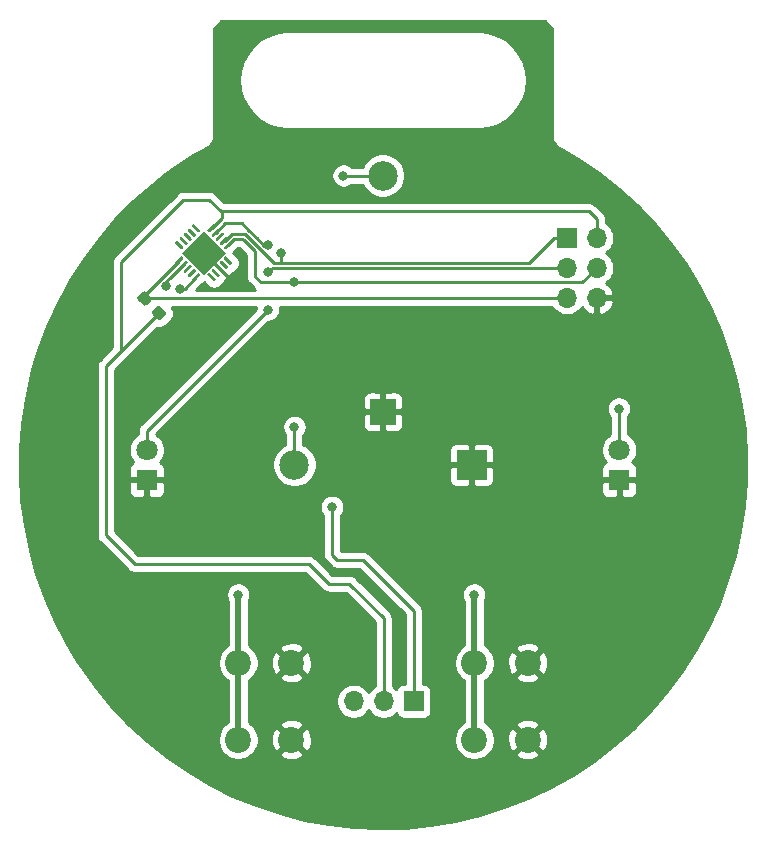
<source format=gbr>
G04 #@! TF.GenerationSoftware,KiCad,Pcbnew,(5.1.6)-1*
G04 #@! TF.CreationDate,2020-10-13T14:36:47-04:00*
G04 #@! TF.ProjectId,Ornament,4f726e61-6d65-46e7-942e-6b696361645f,rev?*
G04 #@! TF.SameCoordinates,Original*
G04 #@! TF.FileFunction,Copper,L1,Top*
G04 #@! TF.FilePolarity,Positive*
%FSLAX46Y46*%
G04 Gerber Fmt 4.6, Leading zero omitted, Abs format (unit mm)*
G04 Created by KiCad (PCBNEW (5.1.6)-1) date 2020-10-13 14:36:47*
%MOMM*%
%LPD*%
G01*
G04 APERTURE LIST*
G04 #@! TA.AperFunction,ComponentPad*
%ADD10C,2.500000*%
G04 #@! TD*
G04 #@! TA.AperFunction,ComponentPad*
%ADD11R,2.500000X2.500000*%
G04 #@! TD*
G04 #@! TA.AperFunction,ComponentPad*
%ADD12R,1.700000X1.700000*%
G04 #@! TD*
G04 #@! TA.AperFunction,ComponentPad*
%ADD13O,1.700000X1.700000*%
G04 #@! TD*
G04 #@! TA.AperFunction,ComponentPad*
%ADD14R,2.170000X2.170000*%
G04 #@! TD*
G04 #@! TA.AperFunction,ComponentPad*
%ADD15C,1.800000*%
G04 #@! TD*
G04 #@! TA.AperFunction,ComponentPad*
%ADD16R,1.800000X1.800000*%
G04 #@! TD*
G04 #@! TA.AperFunction,ComponentPad*
%ADD17C,2.200000*%
G04 #@! TD*
G04 #@! TA.AperFunction,SMDPad,CuDef*
%ADD18C,0.100000*%
G04 #@! TD*
G04 #@! TA.AperFunction,ViaPad*
%ADD19C,0.800000*%
G04 #@! TD*
G04 #@! TA.AperFunction,Conductor*
%ADD20C,0.250000*%
G04 #@! TD*
G04 #@! TA.AperFunction,Conductor*
%ADD21C,0.500000*%
G04 #@! TD*
G04 #@! TA.AperFunction,Conductor*
%ADD22C,0.254000*%
G04 #@! TD*
G04 APERTURE END LIST*
D10*
X92500000Y-100000000D03*
D11*
X107500000Y-100000000D03*
D12*
X115575000Y-80772000D03*
D13*
X118115000Y-80772000D03*
X115575000Y-83312000D03*
X118115000Y-83312000D03*
X115575000Y-85852000D03*
X118115000Y-85852000D03*
D10*
X100000000Y-75504000D03*
D14*
X100000000Y-95504000D03*
D15*
X80000000Y-98730000D03*
D16*
X80000000Y-101270000D03*
X120000000Y-101270000D03*
D15*
X120000000Y-98730000D03*
D17*
X87750000Y-123250000D03*
X87750000Y-116750000D03*
X92250000Y-123250000D03*
X92250000Y-116750000D03*
X112250000Y-116750000D03*
X112250000Y-123250000D03*
X107750000Y-116750000D03*
X107750000Y-123250000D03*
D12*
X102600000Y-120000000D03*
D13*
X100060000Y-120000000D03*
X97520000Y-120000000D03*
G04 #@! TA.AperFunction,SMDPad,CuDef*
G36*
G01*
X82511387Y-83040789D02*
X82422999Y-82952400D01*
G75*
G02*
X82422999Y-82864012I44194J44194D01*
G01*
X82935651Y-82351360D01*
G75*
G02*
X83024039Y-82351360I44194J-44194D01*
G01*
X83112427Y-82439748D01*
G75*
G02*
X83112427Y-82528136I-44194J-44194D01*
G01*
X82599775Y-83040788D01*
G75*
G02*
X82511387Y-83040788I-44194J44194D01*
G01*
G37*
G04 #@! TD.AperFunction*
G04 #@! TA.AperFunction,SMDPad,CuDef*
G36*
G01*
X82864940Y-83394342D02*
X82776552Y-83305953D01*
G75*
G02*
X82776552Y-83217565I44194J44194D01*
G01*
X83289204Y-82704913D01*
G75*
G02*
X83377592Y-82704913I44194J-44194D01*
G01*
X83465980Y-82793301D01*
G75*
G02*
X83465980Y-82881689I-44194J-44194D01*
G01*
X82953328Y-83394341D01*
G75*
G02*
X82864940Y-83394341I-44194J44194D01*
G01*
G37*
G04 #@! TD.AperFunction*
G04 #@! TA.AperFunction,SMDPad,CuDef*
G36*
G01*
X83218493Y-83747896D02*
X83130105Y-83659507D01*
G75*
G02*
X83130105Y-83571119I44194J44194D01*
G01*
X83642757Y-83058467D01*
G75*
G02*
X83731145Y-83058467I44194J-44194D01*
G01*
X83819533Y-83146855D01*
G75*
G02*
X83819533Y-83235243I-44194J-44194D01*
G01*
X83306881Y-83747895D01*
G75*
G02*
X83218493Y-83747895I-44194J44194D01*
G01*
G37*
G04 #@! TD.AperFunction*
G04 #@! TA.AperFunction,SMDPad,CuDef*
G36*
G01*
X83572047Y-84101449D02*
X83483659Y-84013060D01*
G75*
G02*
X83483659Y-83924672I44194J44194D01*
G01*
X83996311Y-83412020D01*
G75*
G02*
X84084699Y-83412020I44194J-44194D01*
G01*
X84173087Y-83500408D01*
G75*
G02*
X84173087Y-83588796I-44194J-44194D01*
G01*
X83660435Y-84101448D01*
G75*
G02*
X83572047Y-84101448I-44194J44194D01*
G01*
G37*
G04 #@! TD.AperFunction*
G04 #@! TA.AperFunction,SMDPad,CuDef*
G36*
G01*
X83925600Y-84455002D02*
X83837212Y-84366613D01*
G75*
G02*
X83837212Y-84278225I44194J44194D01*
G01*
X84349864Y-83765573D01*
G75*
G02*
X84438252Y-83765573I44194J-44194D01*
G01*
X84526640Y-83853961D01*
G75*
G02*
X84526640Y-83942349I-44194J-44194D01*
G01*
X84013988Y-84455001D01*
G75*
G02*
X83925600Y-84455001I-44194J44194D01*
G01*
G37*
G04 #@! TD.AperFunction*
G04 #@! TA.AperFunction,SMDPad,CuDef*
G36*
G01*
X85658012Y-84455002D02*
X85145360Y-83942349D01*
G75*
G02*
X85145360Y-83853961I44194J44194D01*
G01*
X85233748Y-83765573D01*
G75*
G02*
X85322136Y-83765573I44194J-44194D01*
G01*
X85834788Y-84278225D01*
G75*
G02*
X85834788Y-84366613I-44194J-44194D01*
G01*
X85746400Y-84455001D01*
G75*
G02*
X85658012Y-84455001I-44194J44194D01*
G01*
G37*
G04 #@! TD.AperFunction*
G04 #@! TA.AperFunction,SMDPad,CuDef*
G36*
G01*
X86011565Y-84101449D02*
X85498913Y-83588796D01*
G75*
G02*
X85498913Y-83500408I44194J44194D01*
G01*
X85587301Y-83412020D01*
G75*
G02*
X85675689Y-83412020I44194J-44194D01*
G01*
X86188341Y-83924672D01*
G75*
G02*
X86188341Y-84013060I-44194J-44194D01*
G01*
X86099953Y-84101448D01*
G75*
G02*
X86011565Y-84101448I-44194J44194D01*
G01*
G37*
G04 #@! TD.AperFunction*
G04 #@! TA.AperFunction,SMDPad,CuDef*
G36*
G01*
X86365119Y-83747896D02*
X85852467Y-83235243D01*
G75*
G02*
X85852467Y-83146855I44194J44194D01*
G01*
X85940855Y-83058467D01*
G75*
G02*
X86029243Y-83058467I44194J-44194D01*
G01*
X86541895Y-83571119D01*
G75*
G02*
X86541895Y-83659507I-44194J-44194D01*
G01*
X86453507Y-83747895D01*
G75*
G02*
X86365119Y-83747895I-44194J44194D01*
G01*
G37*
G04 #@! TD.AperFunction*
G04 #@! TA.AperFunction,SMDPad,CuDef*
G36*
G01*
X86718672Y-83394342D02*
X86206020Y-82881689D01*
G75*
G02*
X86206020Y-82793301I44194J44194D01*
G01*
X86294408Y-82704913D01*
G75*
G02*
X86382796Y-82704913I44194J-44194D01*
G01*
X86895448Y-83217565D01*
G75*
G02*
X86895448Y-83305953I-44194J-44194D01*
G01*
X86807060Y-83394341D01*
G75*
G02*
X86718672Y-83394341I-44194J44194D01*
G01*
G37*
G04 #@! TD.AperFunction*
G04 #@! TA.AperFunction,SMDPad,CuDef*
G36*
G01*
X87072225Y-83040789D02*
X86559573Y-82528136D01*
G75*
G02*
X86559573Y-82439748I44194J44194D01*
G01*
X86647961Y-82351360D01*
G75*
G02*
X86736349Y-82351360I44194J-44194D01*
G01*
X87249001Y-82864012D01*
G75*
G02*
X87249001Y-82952400I-44194J-44194D01*
G01*
X87160613Y-83040788D01*
G75*
G02*
X87072225Y-83040788I-44194J44194D01*
G01*
G37*
G04 #@! TD.AperFunction*
G04 #@! TA.AperFunction,SMDPad,CuDef*
G36*
G01*
X86647961Y-81732641D02*
X86559573Y-81644252D01*
G75*
G02*
X86559573Y-81555864I44194J44194D01*
G01*
X87072225Y-81043212D01*
G75*
G02*
X87160613Y-81043212I44194J-44194D01*
G01*
X87249001Y-81131600D01*
G75*
G02*
X87249001Y-81219988I-44194J-44194D01*
G01*
X86736349Y-81732640D01*
G75*
G02*
X86647961Y-81732640I-44194J44194D01*
G01*
G37*
G04 #@! TD.AperFunction*
G04 #@! TA.AperFunction,SMDPad,CuDef*
G36*
G01*
X86294408Y-81379088D02*
X86206020Y-81290699D01*
G75*
G02*
X86206020Y-81202311I44194J44194D01*
G01*
X86718672Y-80689659D01*
G75*
G02*
X86807060Y-80689659I44194J-44194D01*
G01*
X86895448Y-80778047D01*
G75*
G02*
X86895448Y-80866435I-44194J-44194D01*
G01*
X86382796Y-81379087D01*
G75*
G02*
X86294408Y-81379087I-44194J44194D01*
G01*
G37*
G04 #@! TD.AperFunction*
G04 #@! TA.AperFunction,SMDPad,CuDef*
G36*
G01*
X85940855Y-81025534D02*
X85852467Y-80937145D01*
G75*
G02*
X85852467Y-80848757I44194J44194D01*
G01*
X86365119Y-80336105D01*
G75*
G02*
X86453507Y-80336105I44194J-44194D01*
G01*
X86541895Y-80424493D01*
G75*
G02*
X86541895Y-80512881I-44194J-44194D01*
G01*
X86029243Y-81025533D01*
G75*
G02*
X85940855Y-81025533I-44194J44194D01*
G01*
G37*
G04 #@! TD.AperFunction*
G04 #@! TA.AperFunction,SMDPad,CuDef*
G36*
G01*
X85587301Y-80671981D02*
X85498913Y-80583592D01*
G75*
G02*
X85498913Y-80495204I44194J44194D01*
G01*
X86011565Y-79982552D01*
G75*
G02*
X86099953Y-79982552I44194J-44194D01*
G01*
X86188341Y-80070940D01*
G75*
G02*
X86188341Y-80159328I-44194J-44194D01*
G01*
X85675689Y-80671980D01*
G75*
G02*
X85587301Y-80671980I-44194J44194D01*
G01*
G37*
G04 #@! TD.AperFunction*
G04 #@! TA.AperFunction,SMDPad,CuDef*
G36*
G01*
X85233748Y-80318428D02*
X85145360Y-80230039D01*
G75*
G02*
X85145360Y-80141651I44194J44194D01*
G01*
X85658012Y-79628999D01*
G75*
G02*
X85746400Y-79628999I44194J-44194D01*
G01*
X85834788Y-79717387D01*
G75*
G02*
X85834788Y-79805775I-44194J-44194D01*
G01*
X85322136Y-80318427D01*
G75*
G02*
X85233748Y-80318427I-44194J44194D01*
G01*
G37*
G04 #@! TD.AperFunction*
G04 #@! TA.AperFunction,SMDPad,CuDef*
G36*
G01*
X84349864Y-80318428D02*
X83837212Y-79805775D01*
G75*
G02*
X83837212Y-79717387I44194J44194D01*
G01*
X83925600Y-79628999D01*
G75*
G02*
X84013988Y-79628999I44194J-44194D01*
G01*
X84526640Y-80141651D01*
G75*
G02*
X84526640Y-80230039I-44194J-44194D01*
G01*
X84438252Y-80318427D01*
G75*
G02*
X84349864Y-80318427I-44194J44194D01*
G01*
G37*
G04 #@! TD.AperFunction*
G04 #@! TA.AperFunction,SMDPad,CuDef*
G36*
G01*
X83996311Y-80671981D02*
X83483659Y-80159328D01*
G75*
G02*
X83483659Y-80070940I44194J44194D01*
G01*
X83572047Y-79982552D01*
G75*
G02*
X83660435Y-79982552I44194J-44194D01*
G01*
X84173087Y-80495204D01*
G75*
G02*
X84173087Y-80583592I-44194J-44194D01*
G01*
X84084699Y-80671980D01*
G75*
G02*
X83996311Y-80671980I-44194J44194D01*
G01*
G37*
G04 #@! TD.AperFunction*
G04 #@! TA.AperFunction,SMDPad,CuDef*
G36*
G01*
X83642757Y-81025534D02*
X83130105Y-80512881D01*
G75*
G02*
X83130105Y-80424493I44194J44194D01*
G01*
X83218493Y-80336105D01*
G75*
G02*
X83306881Y-80336105I44194J-44194D01*
G01*
X83819533Y-80848757D01*
G75*
G02*
X83819533Y-80937145I-44194J-44194D01*
G01*
X83731145Y-81025533D01*
G75*
G02*
X83642757Y-81025533I-44194J44194D01*
G01*
G37*
G04 #@! TD.AperFunction*
G04 #@! TA.AperFunction,SMDPad,CuDef*
G36*
G01*
X83289204Y-81379088D02*
X82776552Y-80866435D01*
G75*
G02*
X82776552Y-80778047I44194J44194D01*
G01*
X82864940Y-80689659D01*
G75*
G02*
X82953328Y-80689659I44194J-44194D01*
G01*
X83465980Y-81202311D01*
G75*
G02*
X83465980Y-81290699I-44194J-44194D01*
G01*
X83377592Y-81379087D01*
G75*
G02*
X83289204Y-81379087I-44194J44194D01*
G01*
G37*
G04 #@! TD.AperFunction*
G04 #@! TA.AperFunction,SMDPad,CuDef*
G36*
G01*
X82935651Y-81732641D02*
X82422999Y-81219988D01*
G75*
G02*
X82422999Y-81131600I44194J44194D01*
G01*
X82511387Y-81043212D01*
G75*
G02*
X82599775Y-81043212I44194J-44194D01*
G01*
X83112427Y-81555864D01*
G75*
G02*
X83112427Y-81644252I-44194J-44194D01*
G01*
X83024039Y-81732640D01*
G75*
G02*
X82935651Y-81732640I-44194J44194D01*
G01*
G37*
G04 #@! TD.AperFunction*
G04 #@! TA.AperFunction,SMDPad,CuDef*
D18*
G36*
X84836000Y-83880478D02*
G01*
X82997522Y-82042000D01*
X84836000Y-80203522D01*
X86674478Y-82042000D01*
X84836000Y-83880478D01*
G37*
G04 #@! TD.AperFunction*
G04 #@! TA.AperFunction,SMDPad,CuDef*
G36*
G01*
X81582887Y-87347011D02*
X81247011Y-87682887D01*
G75*
G02*
X80911135Y-87682887I-167938J167938D01*
G01*
X80504549Y-87276301D01*
G75*
G02*
X80504549Y-86940425I167938J167938D01*
G01*
X80840425Y-86604549D01*
G75*
G02*
X81176301Y-86604549I167938J-167938D01*
G01*
X81582887Y-87011135D01*
G75*
G02*
X81582887Y-87347011I-167938J-167938D01*
G01*
G37*
G04 #@! TD.AperFunction*
G04 #@! TA.AperFunction,SMDPad,CuDef*
G36*
G01*
X80345451Y-86109575D02*
X80009575Y-86445451D01*
G75*
G02*
X79673699Y-86445451I-167938J167938D01*
G01*
X79267113Y-86038865D01*
G75*
G02*
X79267113Y-85702989I167938J167938D01*
G01*
X79602989Y-85367113D01*
G75*
G02*
X79938865Y-85367113I167938J-167938D01*
G01*
X80345451Y-85773699D01*
G75*
G02*
X80345451Y-86109575I-167938J-167938D01*
G01*
G37*
G04 #@! TD.AperFunction*
D19*
X96650000Y-75500000D03*
X95700000Y-103550000D03*
X107725000Y-110975000D03*
X87750000Y-84825000D03*
X90250000Y-86850000D03*
X91375000Y-82025000D03*
X90300000Y-83675000D03*
X90300153Y-81399847D03*
X119975000Y-95225000D03*
X92500000Y-84550000D03*
X92500000Y-96775000D03*
X87750000Y-110975000D03*
X81609357Y-84879735D03*
X82855605Y-85100677D03*
D20*
X100000000Y-75504000D02*
X96654000Y-75504000D01*
X96654000Y-75504000D02*
X96650000Y-75500000D01*
X102600000Y-112325000D02*
X102600000Y-120000000D01*
X98325000Y-108050000D02*
X102600000Y-112325000D01*
X95700000Y-103550000D02*
X95700000Y-107600000D01*
X96150000Y-108050000D02*
X98325000Y-108050000D01*
X95700000Y-107600000D02*
X96150000Y-108050000D01*
D21*
X107725000Y-116750000D02*
X107725000Y-110975000D01*
D20*
X86197181Y-83403181D02*
X84836000Y-82042000D01*
X87169000Y-84375000D02*
X86197181Y-83403181D01*
X87175000Y-84375000D02*
X87169000Y-84375000D01*
X99950000Y-95454000D02*
X100000000Y-95504000D01*
X107500000Y-100000000D02*
X107500000Y-101175000D01*
X87619000Y-84825000D02*
X86197181Y-83403181D01*
X87750000Y-84825000D02*
X87619000Y-84825000D01*
X81950000Y-95150000D02*
X90250000Y-86850000D01*
X87238600Y-80417203D02*
X86621428Y-81034373D01*
X86621428Y-81034373D02*
X86550734Y-81034373D01*
X115575000Y-80772000D02*
X114464990Y-80772000D01*
X114464990Y-80772000D02*
X112375000Y-82861990D01*
X90736990Y-82861990D02*
X88292203Y-80417203D01*
X88292203Y-80417203D02*
X87238600Y-80417203D01*
X91375000Y-82025000D02*
X91375000Y-82848980D01*
X91375000Y-82848980D02*
X91361990Y-82861990D01*
X112375000Y-82861990D02*
X91361990Y-82861990D01*
X91361990Y-82861990D02*
X90736990Y-82861990D01*
X80000000Y-97100000D02*
X81950000Y-95150000D01*
X80000000Y-98730000D02*
X80000000Y-97100000D01*
X115575000Y-83312000D02*
X91187000Y-83312000D01*
X86620893Y-79550000D02*
X85843627Y-80327266D01*
X87425000Y-79550000D02*
X86620893Y-79550000D01*
X87425000Y-79550000D02*
X88061410Y-79550000D01*
X88061410Y-79550000D02*
X88586392Y-80074982D01*
X120000000Y-98730000D02*
X120000000Y-95300000D01*
X91187000Y-83312000D02*
X90663000Y-83312000D01*
X90663000Y-83312000D02*
X90300000Y-83675000D01*
X90250000Y-81450000D02*
X89961410Y-81450000D01*
X90300153Y-81399847D02*
X90250000Y-81450000D01*
X89961410Y-81450000D02*
X89318205Y-80806795D01*
X88586392Y-80074982D02*
X89318205Y-80806795D01*
X89318205Y-80806795D02*
X89430705Y-80919295D01*
X120000000Y-95300000D02*
X120000000Y-95250000D01*
X120000000Y-95250000D02*
X119975000Y-95225000D01*
X79337436Y-88850000D02*
X81043718Y-87143718D01*
X77825000Y-82825000D02*
X77825000Y-88275000D01*
X85501287Y-79973713D02*
X86350000Y-79125000D01*
X85490074Y-79973713D02*
X85501287Y-79973713D01*
X86350000Y-79125000D02*
X86350000Y-78625000D01*
X83100000Y-77550000D02*
X77825000Y-82825000D01*
X85275000Y-77550000D02*
X83100000Y-77550000D01*
X118115000Y-80772000D02*
X118115000Y-79190000D01*
X117450000Y-78525000D02*
X86250000Y-78525000D01*
X118115000Y-79190000D02*
X117450000Y-78525000D01*
X86350000Y-78625000D02*
X86250000Y-78525000D01*
X86250000Y-78525000D02*
X85275000Y-77550000D01*
X76525000Y-105950000D02*
X76525000Y-91662436D01*
X78975000Y-108400000D02*
X76525000Y-105950000D01*
X100060000Y-112960000D02*
X97150000Y-110050000D01*
X100060000Y-120000000D02*
X100060000Y-112960000D01*
X97150000Y-110050000D02*
X95400000Y-110050000D01*
X95400000Y-110050000D02*
X93750000Y-108400000D01*
X93750000Y-108400000D02*
X78975000Y-108400000D01*
X77825000Y-88275000D02*
X77825000Y-90350000D01*
X76525000Y-91662436D02*
X77831218Y-90356218D01*
X77825000Y-90350000D02*
X77831218Y-90356218D01*
X77831218Y-90356218D02*
X81043718Y-87143718D01*
X86904287Y-81387926D02*
X87425000Y-80867213D01*
X87425000Y-80867213D02*
X88092213Y-80867213D01*
X88200000Y-80975000D02*
X88213590Y-80975000D01*
X88092213Y-80867213D02*
X88200000Y-80975000D01*
X88213590Y-80975000D02*
X89156795Y-81918205D01*
X89156795Y-81918205D02*
X89156795Y-84056795D01*
X118115000Y-83312000D02*
X116877000Y-84550000D01*
X89650000Y-84550000D02*
X89156795Y-84056795D01*
X116877000Y-84550000D02*
X92500000Y-84550000D01*
X92500000Y-84550000D02*
X89650000Y-84550000D01*
X92500000Y-100000000D02*
X92500000Y-96775000D01*
X79806282Y-85657505D02*
X82767713Y-82696074D01*
X79806282Y-85906282D02*
X79806282Y-85657505D01*
X115520718Y-85906282D02*
X115575000Y-85852000D01*
X79806282Y-85906282D02*
X115520718Y-85906282D01*
X83121266Y-83049627D02*
X83050572Y-83049627D01*
D21*
X87750000Y-123250000D02*
X87750000Y-116750000D01*
X87750000Y-116750000D02*
X87750000Y-110975000D01*
D20*
X81575000Y-84845378D02*
X81575000Y-84525198D01*
X83050572Y-83049627D02*
X82137599Y-83962599D01*
X81575000Y-84525198D02*
X82137599Y-83962599D01*
X81609357Y-84879735D02*
X81575000Y-84845378D01*
X82137599Y-83962599D02*
X81950099Y-84150098D01*
X84181926Y-84110287D02*
X84164713Y-84110287D01*
X84164713Y-84110287D02*
X83200000Y-85075000D01*
D21*
X107750000Y-123250000D02*
X107750000Y-116750000D01*
D20*
X83200000Y-85075000D02*
X82881282Y-85075000D01*
X82881282Y-85075000D02*
X82855605Y-85100677D01*
D22*
G36*
X114340000Y-63051381D02*
G01*
X114340001Y-72422419D01*
X114349551Y-72519383D01*
X114387291Y-72643793D01*
X114448576Y-72758450D01*
X114531053Y-72858948D01*
X114631551Y-72941425D01*
X114676721Y-72965568D01*
X116534463Y-74060492D01*
X118303637Y-75277067D01*
X119983634Y-76614087D01*
X121566281Y-78065049D01*
X123043839Y-79622856D01*
X124409142Y-81279949D01*
X125655533Y-83028253D01*
X126776924Y-84859231D01*
X127767866Y-86763983D01*
X128623522Y-88733210D01*
X129339731Y-90757342D01*
X129912994Y-92826481D01*
X130340526Y-94930579D01*
X130620243Y-97059378D01*
X130750781Y-99202507D01*
X130731505Y-101349511D01*
X130562508Y-103489938D01*
X130244610Y-105613384D01*
X129779370Y-107709453D01*
X129169044Y-109767980D01*
X128416612Y-111778909D01*
X127525724Y-113732480D01*
X126500750Y-115619116D01*
X125346666Y-117429660D01*
X124069081Y-119155308D01*
X122674254Y-120787611D01*
X121168943Y-122318655D01*
X119560506Y-123740959D01*
X117856773Y-125047599D01*
X116066046Y-126232207D01*
X114197048Y-127289016D01*
X112258866Y-128212884D01*
X110260984Y-128999289D01*
X108213103Y-129644417D01*
X106125198Y-130145123D01*
X104007453Y-130498965D01*
X101870201Y-130704216D01*
X99723834Y-130759880D01*
X97578798Y-130665686D01*
X95445561Y-130422090D01*
X93334523Y-130030284D01*
X91255950Y-129492171D01*
X89219982Y-128810376D01*
X87236536Y-127988222D01*
X85315263Y-127029706D01*
X83465537Y-125939508D01*
X81696363Y-124722933D01*
X80016373Y-123385919D01*
X78433726Y-121934958D01*
X76956160Y-120377144D01*
X75590853Y-118720044D01*
X74344468Y-116971747D01*
X74104000Y-116579117D01*
X86015000Y-116579117D01*
X86015000Y-116920883D01*
X86081675Y-117256081D01*
X86212463Y-117571831D01*
X86402337Y-117855998D01*
X86644002Y-118097663D01*
X86865001Y-118245329D01*
X86865000Y-121754671D01*
X86644002Y-121902337D01*
X86402337Y-122144002D01*
X86212463Y-122428169D01*
X86081675Y-122743919D01*
X86015000Y-123079117D01*
X86015000Y-123420883D01*
X86081675Y-123756081D01*
X86212463Y-124071831D01*
X86402337Y-124355998D01*
X86644002Y-124597663D01*
X86928169Y-124787537D01*
X87243919Y-124918325D01*
X87579117Y-124985000D01*
X87920883Y-124985000D01*
X88256081Y-124918325D01*
X88571831Y-124787537D01*
X88855998Y-124597663D01*
X88996949Y-124456712D01*
X91222893Y-124456712D01*
X91330726Y-124731338D01*
X91637384Y-124882216D01*
X91967585Y-124970369D01*
X92308639Y-124992409D01*
X92647439Y-124947489D01*
X92970966Y-124837336D01*
X93169274Y-124731338D01*
X93277107Y-124456712D01*
X92250000Y-123429605D01*
X91222893Y-124456712D01*
X88996949Y-124456712D01*
X89097663Y-124355998D01*
X89287537Y-124071831D01*
X89418325Y-123756081D01*
X89485000Y-123420883D01*
X89485000Y-123308639D01*
X90507591Y-123308639D01*
X90552511Y-123647439D01*
X90662664Y-123970966D01*
X90768662Y-124169274D01*
X91043288Y-124277107D01*
X92070395Y-123250000D01*
X92429605Y-123250000D01*
X93456712Y-124277107D01*
X93731338Y-124169274D01*
X93882216Y-123862616D01*
X93970369Y-123532415D01*
X93992409Y-123191361D01*
X93947489Y-122852561D01*
X93837336Y-122529034D01*
X93731338Y-122330726D01*
X93456712Y-122222893D01*
X92429605Y-123250000D01*
X92070395Y-123250000D01*
X91043288Y-122222893D01*
X90768662Y-122330726D01*
X90617784Y-122637384D01*
X90529631Y-122967585D01*
X90507591Y-123308639D01*
X89485000Y-123308639D01*
X89485000Y-123079117D01*
X89418325Y-122743919D01*
X89287537Y-122428169D01*
X89097663Y-122144002D01*
X88996949Y-122043288D01*
X91222893Y-122043288D01*
X92250000Y-123070395D01*
X93277107Y-122043288D01*
X93169274Y-121768662D01*
X92862616Y-121617784D01*
X92532415Y-121529631D01*
X92191361Y-121507591D01*
X91852561Y-121552511D01*
X91529034Y-121662664D01*
X91330726Y-121768662D01*
X91222893Y-122043288D01*
X88996949Y-122043288D01*
X88855998Y-121902337D01*
X88635000Y-121754671D01*
X88635000Y-118245329D01*
X88855998Y-118097663D01*
X88996949Y-117956712D01*
X91222893Y-117956712D01*
X91330726Y-118231338D01*
X91637384Y-118382216D01*
X91967585Y-118470369D01*
X92308639Y-118492409D01*
X92647439Y-118447489D01*
X92970966Y-118337336D01*
X93169274Y-118231338D01*
X93277107Y-117956712D01*
X92250000Y-116929605D01*
X91222893Y-117956712D01*
X88996949Y-117956712D01*
X89097663Y-117855998D01*
X89287537Y-117571831D01*
X89418325Y-117256081D01*
X89485000Y-116920883D01*
X89485000Y-116808639D01*
X90507591Y-116808639D01*
X90552511Y-117147439D01*
X90662664Y-117470966D01*
X90768662Y-117669274D01*
X91043288Y-117777107D01*
X92070395Y-116750000D01*
X92429605Y-116750000D01*
X93456712Y-117777107D01*
X93731338Y-117669274D01*
X93882216Y-117362616D01*
X93970369Y-117032415D01*
X93992409Y-116691361D01*
X93947489Y-116352561D01*
X93837336Y-116029034D01*
X93731338Y-115830726D01*
X93456712Y-115722893D01*
X92429605Y-116750000D01*
X92070395Y-116750000D01*
X91043288Y-115722893D01*
X90768662Y-115830726D01*
X90617784Y-116137384D01*
X90529631Y-116467585D01*
X90507591Y-116808639D01*
X89485000Y-116808639D01*
X89485000Y-116579117D01*
X89418325Y-116243919D01*
X89287537Y-115928169D01*
X89097663Y-115644002D01*
X88996949Y-115543288D01*
X91222893Y-115543288D01*
X92250000Y-116570395D01*
X93277107Y-115543288D01*
X93169274Y-115268662D01*
X92862616Y-115117784D01*
X92532415Y-115029631D01*
X92191361Y-115007591D01*
X91852561Y-115052511D01*
X91529034Y-115162664D01*
X91330726Y-115268662D01*
X91222893Y-115543288D01*
X88996949Y-115543288D01*
X88855998Y-115402337D01*
X88635000Y-115254671D01*
X88635000Y-111513454D01*
X88667205Y-111465256D01*
X88745226Y-111276898D01*
X88785000Y-111076939D01*
X88785000Y-110873061D01*
X88745226Y-110673102D01*
X88667205Y-110484744D01*
X88553937Y-110315226D01*
X88409774Y-110171063D01*
X88240256Y-110057795D01*
X88051898Y-109979774D01*
X87851939Y-109940000D01*
X87648061Y-109940000D01*
X87448102Y-109979774D01*
X87259744Y-110057795D01*
X87090226Y-110171063D01*
X86946063Y-110315226D01*
X86832795Y-110484744D01*
X86754774Y-110673102D01*
X86715000Y-110873061D01*
X86715000Y-111076939D01*
X86754774Y-111276898D01*
X86832795Y-111465256D01*
X86865001Y-111513456D01*
X86865000Y-115254671D01*
X86644002Y-115402337D01*
X86402337Y-115644002D01*
X86212463Y-115928169D01*
X86081675Y-116243919D01*
X86015000Y-116579117D01*
X74104000Y-116579117D01*
X73223080Y-115140775D01*
X72232134Y-113236017D01*
X71376478Y-111266790D01*
X70660269Y-109242658D01*
X70087006Y-107173519D01*
X69659474Y-105069421D01*
X69379757Y-102940622D01*
X69249219Y-100797493D01*
X69268495Y-98650490D01*
X69437493Y-96510060D01*
X69755390Y-94386616D01*
X70220630Y-92290547D01*
X70406856Y-91662436D01*
X75761324Y-91662436D01*
X75765001Y-91699768D01*
X75765000Y-105912678D01*
X75761324Y-105950000D01*
X75765000Y-105987322D01*
X75765000Y-105987332D01*
X75775997Y-106098985D01*
X75792556Y-106153573D01*
X75819454Y-106242246D01*
X75890026Y-106374276D01*
X75905940Y-106393667D01*
X75984999Y-106490001D01*
X76014003Y-106513804D01*
X78411200Y-108911002D01*
X78434999Y-108940001D01*
X78550724Y-109034974D01*
X78682753Y-109105546D01*
X78826014Y-109149003D01*
X78937667Y-109160000D01*
X78937676Y-109160000D01*
X78974999Y-109163676D01*
X79012322Y-109160000D01*
X93435199Y-109160000D01*
X94836205Y-110561008D01*
X94859999Y-110590001D01*
X94888992Y-110613795D01*
X94888996Y-110613799D01*
X94959685Y-110671811D01*
X94975724Y-110684974D01*
X95107753Y-110755546D01*
X95251014Y-110799003D01*
X95362667Y-110810000D01*
X95362676Y-110810000D01*
X95399999Y-110813676D01*
X95437322Y-110810000D01*
X96835199Y-110810000D01*
X99300001Y-113274804D01*
X99300000Y-118721821D01*
X99113368Y-118846525D01*
X98906525Y-119053368D01*
X98790000Y-119227760D01*
X98673475Y-119053368D01*
X98466632Y-118846525D01*
X98223411Y-118684010D01*
X97953158Y-118572068D01*
X97666260Y-118515000D01*
X97373740Y-118515000D01*
X97086842Y-118572068D01*
X96816589Y-118684010D01*
X96573368Y-118846525D01*
X96366525Y-119053368D01*
X96204010Y-119296589D01*
X96092068Y-119566842D01*
X96035000Y-119853740D01*
X96035000Y-120146260D01*
X96092068Y-120433158D01*
X96204010Y-120703411D01*
X96366525Y-120946632D01*
X96573368Y-121153475D01*
X96816589Y-121315990D01*
X97086842Y-121427932D01*
X97373740Y-121485000D01*
X97666260Y-121485000D01*
X97953158Y-121427932D01*
X98223411Y-121315990D01*
X98466632Y-121153475D01*
X98673475Y-120946632D01*
X98790000Y-120772240D01*
X98906525Y-120946632D01*
X99113368Y-121153475D01*
X99356589Y-121315990D01*
X99626842Y-121427932D01*
X99913740Y-121485000D01*
X100206260Y-121485000D01*
X100493158Y-121427932D01*
X100763411Y-121315990D01*
X101006632Y-121153475D01*
X101138487Y-121021620D01*
X101160498Y-121094180D01*
X101219463Y-121204494D01*
X101298815Y-121301185D01*
X101395506Y-121380537D01*
X101505820Y-121439502D01*
X101625518Y-121475812D01*
X101750000Y-121488072D01*
X103450000Y-121488072D01*
X103574482Y-121475812D01*
X103694180Y-121439502D01*
X103804494Y-121380537D01*
X103901185Y-121301185D01*
X103980537Y-121204494D01*
X104039502Y-121094180D01*
X104075812Y-120974482D01*
X104088072Y-120850000D01*
X104088072Y-119150000D01*
X104075812Y-119025518D01*
X104039502Y-118905820D01*
X103980537Y-118795506D01*
X103901185Y-118698815D01*
X103804494Y-118619463D01*
X103694180Y-118560498D01*
X103574482Y-118524188D01*
X103450000Y-118511928D01*
X103360000Y-118511928D01*
X103360000Y-116579117D01*
X106015000Y-116579117D01*
X106015000Y-116920883D01*
X106081675Y-117256081D01*
X106212463Y-117571831D01*
X106402337Y-117855998D01*
X106644002Y-118097663D01*
X106865001Y-118245329D01*
X106865000Y-121754671D01*
X106644002Y-121902337D01*
X106402337Y-122144002D01*
X106212463Y-122428169D01*
X106081675Y-122743919D01*
X106015000Y-123079117D01*
X106015000Y-123420883D01*
X106081675Y-123756081D01*
X106212463Y-124071831D01*
X106402337Y-124355998D01*
X106644002Y-124597663D01*
X106928169Y-124787537D01*
X107243919Y-124918325D01*
X107579117Y-124985000D01*
X107920883Y-124985000D01*
X108256081Y-124918325D01*
X108571831Y-124787537D01*
X108855998Y-124597663D01*
X108996949Y-124456712D01*
X111222893Y-124456712D01*
X111330726Y-124731338D01*
X111637384Y-124882216D01*
X111967585Y-124970369D01*
X112308639Y-124992409D01*
X112647439Y-124947489D01*
X112970966Y-124837336D01*
X113169274Y-124731338D01*
X113277107Y-124456712D01*
X112250000Y-123429605D01*
X111222893Y-124456712D01*
X108996949Y-124456712D01*
X109097663Y-124355998D01*
X109287537Y-124071831D01*
X109418325Y-123756081D01*
X109485000Y-123420883D01*
X109485000Y-123308639D01*
X110507591Y-123308639D01*
X110552511Y-123647439D01*
X110662664Y-123970966D01*
X110768662Y-124169274D01*
X111043288Y-124277107D01*
X112070395Y-123250000D01*
X112429605Y-123250000D01*
X113456712Y-124277107D01*
X113731338Y-124169274D01*
X113882216Y-123862616D01*
X113970369Y-123532415D01*
X113992409Y-123191361D01*
X113947489Y-122852561D01*
X113837336Y-122529034D01*
X113731338Y-122330726D01*
X113456712Y-122222893D01*
X112429605Y-123250000D01*
X112070395Y-123250000D01*
X111043288Y-122222893D01*
X110768662Y-122330726D01*
X110617784Y-122637384D01*
X110529631Y-122967585D01*
X110507591Y-123308639D01*
X109485000Y-123308639D01*
X109485000Y-123079117D01*
X109418325Y-122743919D01*
X109287537Y-122428169D01*
X109097663Y-122144002D01*
X108996949Y-122043288D01*
X111222893Y-122043288D01*
X112250000Y-123070395D01*
X113277107Y-122043288D01*
X113169274Y-121768662D01*
X112862616Y-121617784D01*
X112532415Y-121529631D01*
X112191361Y-121507591D01*
X111852561Y-121552511D01*
X111529034Y-121662664D01*
X111330726Y-121768662D01*
X111222893Y-122043288D01*
X108996949Y-122043288D01*
X108855998Y-121902337D01*
X108635000Y-121754671D01*
X108635000Y-118245329D01*
X108855998Y-118097663D01*
X108996949Y-117956712D01*
X111222893Y-117956712D01*
X111330726Y-118231338D01*
X111637384Y-118382216D01*
X111967585Y-118470369D01*
X112308639Y-118492409D01*
X112647439Y-118447489D01*
X112970966Y-118337336D01*
X113169274Y-118231338D01*
X113277107Y-117956712D01*
X112250000Y-116929605D01*
X111222893Y-117956712D01*
X108996949Y-117956712D01*
X109097663Y-117855998D01*
X109287537Y-117571831D01*
X109418325Y-117256081D01*
X109485000Y-116920883D01*
X109485000Y-116808639D01*
X110507591Y-116808639D01*
X110552511Y-117147439D01*
X110662664Y-117470966D01*
X110768662Y-117669274D01*
X111043288Y-117777107D01*
X112070395Y-116750000D01*
X112429605Y-116750000D01*
X113456712Y-117777107D01*
X113731338Y-117669274D01*
X113882216Y-117362616D01*
X113970369Y-117032415D01*
X113992409Y-116691361D01*
X113947489Y-116352561D01*
X113837336Y-116029034D01*
X113731338Y-115830726D01*
X113456712Y-115722893D01*
X112429605Y-116750000D01*
X112070395Y-116750000D01*
X111043288Y-115722893D01*
X110768662Y-115830726D01*
X110617784Y-116137384D01*
X110529631Y-116467585D01*
X110507591Y-116808639D01*
X109485000Y-116808639D01*
X109485000Y-116579117D01*
X109418325Y-116243919D01*
X109287537Y-115928169D01*
X109097663Y-115644002D01*
X108996949Y-115543288D01*
X111222893Y-115543288D01*
X112250000Y-116570395D01*
X113277107Y-115543288D01*
X113169274Y-115268662D01*
X112862616Y-115117784D01*
X112532415Y-115029631D01*
X112191361Y-115007591D01*
X111852561Y-115052511D01*
X111529034Y-115162664D01*
X111330726Y-115268662D01*
X111222893Y-115543288D01*
X108996949Y-115543288D01*
X108855998Y-115402337D01*
X108610000Y-115237967D01*
X108610000Y-111513454D01*
X108642205Y-111465256D01*
X108720226Y-111276898D01*
X108760000Y-111076939D01*
X108760000Y-110873061D01*
X108720226Y-110673102D01*
X108642205Y-110484744D01*
X108528937Y-110315226D01*
X108384774Y-110171063D01*
X108215256Y-110057795D01*
X108026898Y-109979774D01*
X107826939Y-109940000D01*
X107623061Y-109940000D01*
X107423102Y-109979774D01*
X107234744Y-110057795D01*
X107065226Y-110171063D01*
X106921063Y-110315226D01*
X106807795Y-110484744D01*
X106729774Y-110673102D01*
X106690000Y-110873061D01*
X106690000Y-111076939D01*
X106729774Y-111276898D01*
X106807795Y-111465256D01*
X106840001Y-111513456D01*
X106840000Y-115271375D01*
X106644002Y-115402337D01*
X106402337Y-115644002D01*
X106212463Y-115928169D01*
X106081675Y-116243919D01*
X106015000Y-116579117D01*
X103360000Y-116579117D01*
X103360000Y-112362322D01*
X103363676Y-112325000D01*
X103360000Y-112287677D01*
X103360000Y-112287667D01*
X103349003Y-112176014D01*
X103305546Y-112032753D01*
X103289693Y-112003094D01*
X103234974Y-111900723D01*
X103163799Y-111813997D01*
X103140001Y-111784999D01*
X103111004Y-111761202D01*
X98888804Y-107539003D01*
X98865001Y-107509999D01*
X98749276Y-107415026D01*
X98617247Y-107344454D01*
X98473986Y-107300997D01*
X98362333Y-107290000D01*
X98362322Y-107290000D01*
X98325000Y-107286324D01*
X98287678Y-107290000D01*
X96464801Y-107290000D01*
X96460000Y-107285199D01*
X96460000Y-104253711D01*
X96503937Y-104209774D01*
X96617205Y-104040256D01*
X96695226Y-103851898D01*
X96735000Y-103651939D01*
X96735000Y-103448061D01*
X96695226Y-103248102D01*
X96617205Y-103059744D01*
X96503937Y-102890226D01*
X96359774Y-102746063D01*
X96190256Y-102632795D01*
X96001898Y-102554774D01*
X95801939Y-102515000D01*
X95598061Y-102515000D01*
X95398102Y-102554774D01*
X95209744Y-102632795D01*
X95040226Y-102746063D01*
X94896063Y-102890226D01*
X94782795Y-103059744D01*
X94704774Y-103248102D01*
X94665000Y-103448061D01*
X94665000Y-103651939D01*
X94704774Y-103851898D01*
X94782795Y-104040256D01*
X94896063Y-104209774D01*
X94940000Y-104253711D01*
X94940001Y-107562668D01*
X94936324Y-107600000D01*
X94940001Y-107637333D01*
X94950998Y-107748986D01*
X94953658Y-107757754D01*
X94994454Y-107892246D01*
X95065026Y-108024276D01*
X95136201Y-108111002D01*
X95160000Y-108140001D01*
X95188998Y-108163799D01*
X95586196Y-108560997D01*
X95609999Y-108590001D01*
X95683146Y-108650031D01*
X95725723Y-108684974D01*
X95857753Y-108755546D01*
X96001014Y-108799003D01*
X96112667Y-108810000D01*
X96112676Y-108810000D01*
X96149999Y-108813676D01*
X96187322Y-108810000D01*
X98010199Y-108810000D01*
X101840000Y-112639802D01*
X101840001Y-118511928D01*
X101750000Y-118511928D01*
X101625518Y-118524188D01*
X101505820Y-118560498D01*
X101395506Y-118619463D01*
X101298815Y-118698815D01*
X101219463Y-118795506D01*
X101160498Y-118905820D01*
X101138487Y-118978380D01*
X101006632Y-118846525D01*
X100820000Y-118721822D01*
X100820000Y-112997322D01*
X100823676Y-112959999D01*
X100820000Y-112922676D01*
X100820000Y-112922667D01*
X100809003Y-112811014D01*
X100765546Y-112667753D01*
X100694974Y-112535724D01*
X100680665Y-112518289D01*
X100623799Y-112448996D01*
X100623795Y-112448992D01*
X100600001Y-112419999D01*
X100571008Y-112396205D01*
X97713804Y-109539003D01*
X97690001Y-109509999D01*
X97574276Y-109415026D01*
X97442247Y-109344454D01*
X97298986Y-109300997D01*
X97187333Y-109290000D01*
X97187322Y-109290000D01*
X97150000Y-109286324D01*
X97112678Y-109290000D01*
X95714803Y-109290000D01*
X94313803Y-107889002D01*
X94290001Y-107859999D01*
X94174276Y-107765026D01*
X94042247Y-107694454D01*
X93898986Y-107650997D01*
X93787333Y-107640000D01*
X93787322Y-107640000D01*
X93750000Y-107636324D01*
X93712678Y-107640000D01*
X79289802Y-107640000D01*
X77285000Y-105635199D01*
X77285000Y-102170000D01*
X78461928Y-102170000D01*
X78474188Y-102294482D01*
X78510498Y-102414180D01*
X78569463Y-102524494D01*
X78648815Y-102621185D01*
X78745506Y-102700537D01*
X78855820Y-102759502D01*
X78975518Y-102795812D01*
X79100000Y-102808072D01*
X79714250Y-102805000D01*
X79873000Y-102646250D01*
X79873000Y-101397000D01*
X80127000Y-101397000D01*
X80127000Y-102646250D01*
X80285750Y-102805000D01*
X80900000Y-102808072D01*
X81024482Y-102795812D01*
X81144180Y-102759502D01*
X81254494Y-102700537D01*
X81351185Y-102621185D01*
X81430537Y-102524494D01*
X81489502Y-102414180D01*
X81525812Y-102294482D01*
X81538072Y-102170000D01*
X118461928Y-102170000D01*
X118474188Y-102294482D01*
X118510498Y-102414180D01*
X118569463Y-102524494D01*
X118648815Y-102621185D01*
X118745506Y-102700537D01*
X118855820Y-102759502D01*
X118975518Y-102795812D01*
X119100000Y-102808072D01*
X119714250Y-102805000D01*
X119873000Y-102646250D01*
X119873000Y-101397000D01*
X120127000Y-101397000D01*
X120127000Y-102646250D01*
X120285750Y-102805000D01*
X120900000Y-102808072D01*
X121024482Y-102795812D01*
X121144180Y-102759502D01*
X121254494Y-102700537D01*
X121351185Y-102621185D01*
X121430537Y-102524494D01*
X121489502Y-102414180D01*
X121525812Y-102294482D01*
X121538072Y-102170000D01*
X121535000Y-101555750D01*
X121376250Y-101397000D01*
X120127000Y-101397000D01*
X119873000Y-101397000D01*
X118623750Y-101397000D01*
X118465000Y-101555750D01*
X118461928Y-102170000D01*
X81538072Y-102170000D01*
X81535000Y-101555750D01*
X81376250Y-101397000D01*
X80127000Y-101397000D01*
X79873000Y-101397000D01*
X78623750Y-101397000D01*
X78465000Y-101555750D01*
X78461928Y-102170000D01*
X77285000Y-102170000D01*
X77285000Y-91977237D01*
X78342221Y-90920017D01*
X78371219Y-90896219D01*
X78395022Y-90867215D01*
X80893130Y-88369108D01*
X80908257Y-88373697D01*
X81079073Y-88390521D01*
X81249889Y-88373697D01*
X81414140Y-88323872D01*
X81565515Y-88242961D01*
X81698196Y-88134072D01*
X82034072Y-87798196D01*
X82142961Y-87665515D01*
X82223872Y-87514140D01*
X82273697Y-87349889D01*
X82290521Y-87179073D01*
X82273697Y-87008257D01*
X82223872Y-86844006D01*
X82142961Y-86692631D01*
X82121337Y-86666282D01*
X89231267Y-86666282D01*
X89215000Y-86748061D01*
X89215000Y-86810198D01*
X81439007Y-94586192D01*
X81438996Y-94586201D01*
X79488998Y-96536201D01*
X79460000Y-96559999D01*
X79436202Y-96588997D01*
X79436201Y-96588998D01*
X79365026Y-96675724D01*
X79294454Y-96807754D01*
X79273468Y-96876939D01*
X79250998Y-96951014D01*
X79250495Y-96956121D01*
X79236324Y-97100000D01*
X79240001Y-97137332D01*
X79240001Y-97391687D01*
X79021495Y-97537688D01*
X78807688Y-97751495D01*
X78639701Y-98002905D01*
X78523989Y-98282257D01*
X78465000Y-98578816D01*
X78465000Y-98881184D01*
X78523989Y-99177743D01*
X78639701Y-99457095D01*
X78807688Y-99708505D01*
X78874127Y-99774944D01*
X78855820Y-99780498D01*
X78745506Y-99839463D01*
X78648815Y-99918815D01*
X78569463Y-100015506D01*
X78510498Y-100125820D01*
X78474188Y-100245518D01*
X78461928Y-100370000D01*
X78465000Y-100984250D01*
X78623750Y-101143000D01*
X79873000Y-101143000D01*
X79873000Y-101123000D01*
X80127000Y-101123000D01*
X80127000Y-101143000D01*
X81376250Y-101143000D01*
X81535000Y-100984250D01*
X81538072Y-100370000D01*
X81525812Y-100245518D01*
X81489502Y-100125820D01*
X81430537Y-100015506D01*
X81351185Y-99918815D01*
X81254494Y-99839463D01*
X81207501Y-99814344D01*
X90615000Y-99814344D01*
X90615000Y-100185656D01*
X90687439Y-100549834D01*
X90829534Y-100892882D01*
X91035825Y-101201618D01*
X91298382Y-101464175D01*
X91607118Y-101670466D01*
X91950166Y-101812561D01*
X92314344Y-101885000D01*
X92685656Y-101885000D01*
X93049834Y-101812561D01*
X93392882Y-101670466D01*
X93701618Y-101464175D01*
X93915793Y-101250000D01*
X105611928Y-101250000D01*
X105624188Y-101374482D01*
X105660498Y-101494180D01*
X105719463Y-101604494D01*
X105798815Y-101701185D01*
X105895506Y-101780537D01*
X106005820Y-101839502D01*
X106125518Y-101875812D01*
X106250000Y-101888072D01*
X107214250Y-101885000D01*
X107373000Y-101726250D01*
X107373000Y-100127000D01*
X107627000Y-100127000D01*
X107627000Y-101726250D01*
X107785750Y-101885000D01*
X108750000Y-101888072D01*
X108874482Y-101875812D01*
X108994180Y-101839502D01*
X109104494Y-101780537D01*
X109201185Y-101701185D01*
X109280537Y-101604494D01*
X109339502Y-101494180D01*
X109375812Y-101374482D01*
X109388072Y-101250000D01*
X109385269Y-100370000D01*
X118461928Y-100370000D01*
X118465000Y-100984250D01*
X118623750Y-101143000D01*
X119873000Y-101143000D01*
X119873000Y-101123000D01*
X120127000Y-101123000D01*
X120127000Y-101143000D01*
X121376250Y-101143000D01*
X121535000Y-100984250D01*
X121538072Y-100370000D01*
X121525812Y-100245518D01*
X121489502Y-100125820D01*
X121430537Y-100015506D01*
X121351185Y-99918815D01*
X121254494Y-99839463D01*
X121144180Y-99780498D01*
X121125873Y-99774944D01*
X121192312Y-99708505D01*
X121360299Y-99457095D01*
X121476011Y-99177743D01*
X121535000Y-98881184D01*
X121535000Y-98578816D01*
X121476011Y-98282257D01*
X121360299Y-98002905D01*
X121192312Y-97751495D01*
X120978505Y-97537688D01*
X120760000Y-97391687D01*
X120760000Y-95903711D01*
X120778937Y-95884774D01*
X120892205Y-95715256D01*
X120970226Y-95526898D01*
X121010000Y-95326939D01*
X121010000Y-95123061D01*
X120970226Y-94923102D01*
X120892205Y-94734744D01*
X120778937Y-94565226D01*
X120634774Y-94421063D01*
X120465256Y-94307795D01*
X120276898Y-94229774D01*
X120076939Y-94190000D01*
X119873061Y-94190000D01*
X119673102Y-94229774D01*
X119484744Y-94307795D01*
X119315226Y-94421063D01*
X119171063Y-94565226D01*
X119057795Y-94734744D01*
X118979774Y-94923102D01*
X118940000Y-95123061D01*
X118940000Y-95326939D01*
X118979774Y-95526898D01*
X119057795Y-95715256D01*
X119171063Y-95884774D01*
X119240001Y-95953712D01*
X119240000Y-97391687D01*
X119021495Y-97537688D01*
X118807688Y-97751495D01*
X118639701Y-98002905D01*
X118523989Y-98282257D01*
X118465000Y-98578816D01*
X118465000Y-98881184D01*
X118523989Y-99177743D01*
X118639701Y-99457095D01*
X118807688Y-99708505D01*
X118874127Y-99774944D01*
X118855820Y-99780498D01*
X118745506Y-99839463D01*
X118648815Y-99918815D01*
X118569463Y-100015506D01*
X118510498Y-100125820D01*
X118474188Y-100245518D01*
X118461928Y-100370000D01*
X109385269Y-100370000D01*
X109385000Y-100285750D01*
X109226250Y-100127000D01*
X107627000Y-100127000D01*
X107373000Y-100127000D01*
X105773750Y-100127000D01*
X105615000Y-100285750D01*
X105611928Y-101250000D01*
X93915793Y-101250000D01*
X93964175Y-101201618D01*
X94170466Y-100892882D01*
X94312561Y-100549834D01*
X94385000Y-100185656D01*
X94385000Y-99814344D01*
X94312561Y-99450166D01*
X94170466Y-99107118D01*
X93964175Y-98798382D01*
X93915793Y-98750000D01*
X105611928Y-98750000D01*
X105615000Y-99714250D01*
X105773750Y-99873000D01*
X107373000Y-99873000D01*
X107373000Y-98273750D01*
X107627000Y-98273750D01*
X107627000Y-99873000D01*
X109226250Y-99873000D01*
X109385000Y-99714250D01*
X109388072Y-98750000D01*
X109375812Y-98625518D01*
X109339502Y-98505820D01*
X109280537Y-98395506D01*
X109201185Y-98298815D01*
X109104494Y-98219463D01*
X108994180Y-98160498D01*
X108874482Y-98124188D01*
X108750000Y-98111928D01*
X107785750Y-98115000D01*
X107627000Y-98273750D01*
X107373000Y-98273750D01*
X107214250Y-98115000D01*
X106250000Y-98111928D01*
X106125518Y-98124188D01*
X106005820Y-98160498D01*
X105895506Y-98219463D01*
X105798815Y-98298815D01*
X105719463Y-98395506D01*
X105660498Y-98505820D01*
X105624188Y-98625518D01*
X105611928Y-98750000D01*
X93915793Y-98750000D01*
X93701618Y-98535825D01*
X93392882Y-98329534D01*
X93260000Y-98274493D01*
X93260000Y-97478711D01*
X93303937Y-97434774D01*
X93417205Y-97265256D01*
X93495226Y-97076898D01*
X93535000Y-96876939D01*
X93535000Y-96673061D01*
X93518280Y-96589000D01*
X98276928Y-96589000D01*
X98289188Y-96713482D01*
X98325498Y-96833180D01*
X98384463Y-96943494D01*
X98463815Y-97040185D01*
X98560506Y-97119537D01*
X98670820Y-97178502D01*
X98790518Y-97214812D01*
X98915000Y-97227072D01*
X99714250Y-97224000D01*
X99873000Y-97065250D01*
X99873000Y-95631000D01*
X100127000Y-95631000D01*
X100127000Y-97065250D01*
X100285750Y-97224000D01*
X101085000Y-97227072D01*
X101209482Y-97214812D01*
X101329180Y-97178502D01*
X101439494Y-97119537D01*
X101536185Y-97040185D01*
X101615537Y-96943494D01*
X101674502Y-96833180D01*
X101710812Y-96713482D01*
X101723072Y-96589000D01*
X101720000Y-95789750D01*
X101561250Y-95631000D01*
X100127000Y-95631000D01*
X99873000Y-95631000D01*
X98438750Y-95631000D01*
X98280000Y-95789750D01*
X98276928Y-96589000D01*
X93518280Y-96589000D01*
X93495226Y-96473102D01*
X93417205Y-96284744D01*
X93303937Y-96115226D01*
X93159774Y-95971063D01*
X92990256Y-95857795D01*
X92801898Y-95779774D01*
X92601939Y-95740000D01*
X92398061Y-95740000D01*
X92198102Y-95779774D01*
X92009744Y-95857795D01*
X91840226Y-95971063D01*
X91696063Y-96115226D01*
X91582795Y-96284744D01*
X91504774Y-96473102D01*
X91465000Y-96673061D01*
X91465000Y-96876939D01*
X91504774Y-97076898D01*
X91582795Y-97265256D01*
X91696063Y-97434774D01*
X91740001Y-97478712D01*
X91740001Y-98274492D01*
X91607118Y-98329534D01*
X91298382Y-98535825D01*
X91035825Y-98798382D01*
X90829534Y-99107118D01*
X90687439Y-99450166D01*
X90615000Y-99814344D01*
X81207501Y-99814344D01*
X81144180Y-99780498D01*
X81125873Y-99774944D01*
X81192312Y-99708505D01*
X81360299Y-99457095D01*
X81476011Y-99177743D01*
X81535000Y-98881184D01*
X81535000Y-98578816D01*
X81476011Y-98282257D01*
X81360299Y-98002905D01*
X81192312Y-97751495D01*
X80978505Y-97537688D01*
X80773856Y-97400946D01*
X82513799Y-95661004D01*
X82513808Y-95660993D01*
X83755801Y-94419000D01*
X98276928Y-94419000D01*
X98280000Y-95218250D01*
X98438750Y-95377000D01*
X99873000Y-95377000D01*
X99873000Y-93942750D01*
X100127000Y-93942750D01*
X100127000Y-95377000D01*
X101561250Y-95377000D01*
X101720000Y-95218250D01*
X101723072Y-94419000D01*
X101710812Y-94294518D01*
X101674502Y-94174820D01*
X101615537Y-94064506D01*
X101536185Y-93967815D01*
X101439494Y-93888463D01*
X101329180Y-93829498D01*
X101209482Y-93793188D01*
X101085000Y-93780928D01*
X100285750Y-93784000D01*
X100127000Y-93942750D01*
X99873000Y-93942750D01*
X99714250Y-93784000D01*
X98915000Y-93780928D01*
X98790518Y-93793188D01*
X98670820Y-93829498D01*
X98560506Y-93888463D01*
X98463815Y-93967815D01*
X98384463Y-94064506D01*
X98325498Y-94174820D01*
X98289188Y-94294518D01*
X98276928Y-94419000D01*
X83755801Y-94419000D01*
X90289802Y-87885000D01*
X90351939Y-87885000D01*
X90551898Y-87845226D01*
X90740256Y-87767205D01*
X90909774Y-87653937D01*
X91053937Y-87509774D01*
X91167205Y-87340256D01*
X91245226Y-87151898D01*
X91285000Y-86951939D01*
X91285000Y-86748061D01*
X91268733Y-86666282D01*
X114333092Y-86666282D01*
X114421525Y-86798632D01*
X114628368Y-87005475D01*
X114871589Y-87167990D01*
X115141842Y-87279932D01*
X115428740Y-87337000D01*
X115721260Y-87337000D01*
X116008158Y-87279932D01*
X116278411Y-87167990D01*
X116521632Y-87005475D01*
X116728475Y-86798632D01*
X116846100Y-86622594D01*
X117017412Y-86852269D01*
X117233645Y-87047178D01*
X117483748Y-87196157D01*
X117758109Y-87293481D01*
X117988000Y-87172814D01*
X117988000Y-85979000D01*
X118242000Y-85979000D01*
X118242000Y-87172814D01*
X118471891Y-87293481D01*
X118746252Y-87196157D01*
X118996355Y-87047178D01*
X119212588Y-86852269D01*
X119386641Y-86618920D01*
X119511825Y-86356099D01*
X119556476Y-86208890D01*
X119435155Y-85979000D01*
X118242000Y-85979000D01*
X117988000Y-85979000D01*
X117968000Y-85979000D01*
X117968000Y-85725000D01*
X117988000Y-85725000D01*
X117988000Y-85705000D01*
X118242000Y-85705000D01*
X118242000Y-85725000D01*
X119435155Y-85725000D01*
X119556476Y-85495110D01*
X119511825Y-85347901D01*
X119386641Y-85085080D01*
X119212588Y-84851731D01*
X118996355Y-84656822D01*
X118879466Y-84587195D01*
X119061632Y-84465475D01*
X119268475Y-84258632D01*
X119430990Y-84015411D01*
X119542932Y-83745158D01*
X119600000Y-83458260D01*
X119600000Y-83165740D01*
X119542932Y-82878842D01*
X119430990Y-82608589D01*
X119268475Y-82365368D01*
X119061632Y-82158525D01*
X118887240Y-82042000D01*
X119061632Y-81925475D01*
X119268475Y-81718632D01*
X119430990Y-81475411D01*
X119542932Y-81205158D01*
X119600000Y-80918260D01*
X119600000Y-80625740D01*
X119542932Y-80338842D01*
X119430990Y-80068589D01*
X119268475Y-79825368D01*
X119061632Y-79618525D01*
X118875000Y-79493822D01*
X118875000Y-79227322D01*
X118878676Y-79189999D01*
X118875000Y-79152677D01*
X118875000Y-79152667D01*
X118864003Y-79041014D01*
X118820546Y-78897753D01*
X118792057Y-78844454D01*
X118749974Y-78765723D01*
X118678799Y-78678997D01*
X118655001Y-78649999D01*
X118626002Y-78626200D01*
X118013803Y-78014002D01*
X117990001Y-77984999D01*
X117874276Y-77890026D01*
X117742247Y-77819454D01*
X117598986Y-77775997D01*
X117487333Y-77765000D01*
X117487322Y-77765000D01*
X117450000Y-77761324D01*
X117412678Y-77765000D01*
X86564802Y-77765000D01*
X85838804Y-77039002D01*
X85815001Y-77009999D01*
X85699276Y-76915026D01*
X85567247Y-76844454D01*
X85423986Y-76800997D01*
X85312333Y-76790000D01*
X85312322Y-76790000D01*
X85275000Y-76786324D01*
X85237678Y-76790000D01*
X83137333Y-76790000D01*
X83100000Y-76786323D01*
X83062667Y-76790000D01*
X82951014Y-76800997D01*
X82807753Y-76844454D01*
X82675724Y-76915026D01*
X82559999Y-77009999D01*
X82536201Y-77038997D01*
X77314003Y-82261196D01*
X77284999Y-82284999D01*
X77232624Y-82348819D01*
X77190026Y-82400724D01*
X77153003Y-82469989D01*
X77119454Y-82532754D01*
X77075997Y-82676015D01*
X77065000Y-82787668D01*
X77065000Y-82787678D01*
X77061324Y-82825000D01*
X77065000Y-82862323D01*
X77065001Y-88237658D01*
X77065000Y-88237668D01*
X77065001Y-90047633D01*
X76013998Y-91098637D01*
X75985000Y-91122435D01*
X75961202Y-91151433D01*
X75961201Y-91151434D01*
X75890026Y-91238160D01*
X75819454Y-91370190D01*
X75790619Y-91465250D01*
X75776775Y-91510891D01*
X75775998Y-91513451D01*
X75761324Y-91662436D01*
X70406856Y-91662436D01*
X70830959Y-90232012D01*
X71583388Y-88221091D01*
X72474270Y-86267531D01*
X73499250Y-84380883D01*
X74653329Y-82570346D01*
X75930919Y-80844692D01*
X77325746Y-79212389D01*
X78831050Y-77681352D01*
X80439488Y-76259046D01*
X81562129Y-75398061D01*
X95615000Y-75398061D01*
X95615000Y-75601939D01*
X95654774Y-75801898D01*
X95732795Y-75990256D01*
X95846063Y-76159774D01*
X95990226Y-76303937D01*
X96159744Y-76417205D01*
X96348102Y-76495226D01*
X96548061Y-76535000D01*
X96751939Y-76535000D01*
X96951898Y-76495226D01*
X97140256Y-76417205D01*
X97309774Y-76303937D01*
X97349711Y-76264000D01*
X98274493Y-76264000D01*
X98329534Y-76396882D01*
X98535825Y-76705618D01*
X98798382Y-76968175D01*
X99107118Y-77174466D01*
X99450166Y-77316561D01*
X99814344Y-77389000D01*
X100185656Y-77389000D01*
X100549834Y-77316561D01*
X100892882Y-77174466D01*
X101201618Y-76968175D01*
X101464175Y-76705618D01*
X101670466Y-76396882D01*
X101812561Y-76053834D01*
X101885000Y-75689656D01*
X101885000Y-75318344D01*
X101812561Y-74954166D01*
X101670466Y-74611118D01*
X101464175Y-74302382D01*
X101201618Y-74039825D01*
X100892882Y-73833534D01*
X100549834Y-73691439D01*
X100185656Y-73619000D01*
X99814344Y-73619000D01*
X99450166Y-73691439D01*
X99107118Y-73833534D01*
X98798382Y-74039825D01*
X98535825Y-74302382D01*
X98329534Y-74611118D01*
X98274493Y-74744000D01*
X97357711Y-74744000D01*
X97309774Y-74696063D01*
X97140256Y-74582795D01*
X96951898Y-74504774D01*
X96751939Y-74465000D01*
X96548061Y-74465000D01*
X96348102Y-74504774D01*
X96159744Y-74582795D01*
X95990226Y-74696063D01*
X95846063Y-74840226D01*
X95732795Y-75009744D01*
X95654774Y-75198102D01*
X95615000Y-75398061D01*
X81562129Y-75398061D01*
X82143227Y-74952401D01*
X83936425Y-73766158D01*
X85320668Y-72966965D01*
X85368450Y-72941425D01*
X85468948Y-72858948D01*
X85551425Y-72758450D01*
X85612710Y-72643793D01*
X85650450Y-72519383D01*
X85660000Y-72422419D01*
X85660000Y-72390029D01*
X85660001Y-72390000D01*
X85660000Y-72389971D01*
X85660000Y-67425000D01*
X87844993Y-67425000D01*
X87924830Y-68235602D01*
X88161274Y-69015052D01*
X88545238Y-69733398D01*
X89061966Y-70363034D01*
X89691602Y-70879762D01*
X90409948Y-71263726D01*
X91189398Y-71500170D01*
X91796865Y-71560000D01*
X108203135Y-71560000D01*
X108810602Y-71500170D01*
X109590052Y-71263726D01*
X110308398Y-70879762D01*
X110938034Y-70363034D01*
X111454762Y-69733398D01*
X111838726Y-69015052D01*
X112075170Y-68235602D01*
X112155007Y-67425000D01*
X112075170Y-66614398D01*
X111838726Y-65834948D01*
X111454762Y-65116602D01*
X110938034Y-64486966D01*
X110308398Y-63970238D01*
X109590052Y-63586274D01*
X108810602Y-63349830D01*
X108203135Y-63290000D01*
X91796865Y-63290000D01*
X91189398Y-63349830D01*
X90409948Y-63586274D01*
X89691602Y-63970238D01*
X89061966Y-64486966D01*
X88545238Y-65116602D01*
X88161274Y-65834948D01*
X87924830Y-66614398D01*
X87844993Y-67425000D01*
X85660000Y-67425000D01*
X85660000Y-63051380D01*
X86273381Y-62438000D01*
X113726620Y-62438000D01*
X114340000Y-63051381D01*
G37*
X114340000Y-63051381D02*
X114340001Y-72422419D01*
X114349551Y-72519383D01*
X114387291Y-72643793D01*
X114448576Y-72758450D01*
X114531053Y-72858948D01*
X114631551Y-72941425D01*
X114676721Y-72965568D01*
X116534463Y-74060492D01*
X118303637Y-75277067D01*
X119983634Y-76614087D01*
X121566281Y-78065049D01*
X123043839Y-79622856D01*
X124409142Y-81279949D01*
X125655533Y-83028253D01*
X126776924Y-84859231D01*
X127767866Y-86763983D01*
X128623522Y-88733210D01*
X129339731Y-90757342D01*
X129912994Y-92826481D01*
X130340526Y-94930579D01*
X130620243Y-97059378D01*
X130750781Y-99202507D01*
X130731505Y-101349511D01*
X130562508Y-103489938D01*
X130244610Y-105613384D01*
X129779370Y-107709453D01*
X129169044Y-109767980D01*
X128416612Y-111778909D01*
X127525724Y-113732480D01*
X126500750Y-115619116D01*
X125346666Y-117429660D01*
X124069081Y-119155308D01*
X122674254Y-120787611D01*
X121168943Y-122318655D01*
X119560506Y-123740959D01*
X117856773Y-125047599D01*
X116066046Y-126232207D01*
X114197048Y-127289016D01*
X112258866Y-128212884D01*
X110260984Y-128999289D01*
X108213103Y-129644417D01*
X106125198Y-130145123D01*
X104007453Y-130498965D01*
X101870201Y-130704216D01*
X99723834Y-130759880D01*
X97578798Y-130665686D01*
X95445561Y-130422090D01*
X93334523Y-130030284D01*
X91255950Y-129492171D01*
X89219982Y-128810376D01*
X87236536Y-127988222D01*
X85315263Y-127029706D01*
X83465537Y-125939508D01*
X81696363Y-124722933D01*
X80016373Y-123385919D01*
X78433726Y-121934958D01*
X76956160Y-120377144D01*
X75590853Y-118720044D01*
X74344468Y-116971747D01*
X74104000Y-116579117D01*
X86015000Y-116579117D01*
X86015000Y-116920883D01*
X86081675Y-117256081D01*
X86212463Y-117571831D01*
X86402337Y-117855998D01*
X86644002Y-118097663D01*
X86865001Y-118245329D01*
X86865000Y-121754671D01*
X86644002Y-121902337D01*
X86402337Y-122144002D01*
X86212463Y-122428169D01*
X86081675Y-122743919D01*
X86015000Y-123079117D01*
X86015000Y-123420883D01*
X86081675Y-123756081D01*
X86212463Y-124071831D01*
X86402337Y-124355998D01*
X86644002Y-124597663D01*
X86928169Y-124787537D01*
X87243919Y-124918325D01*
X87579117Y-124985000D01*
X87920883Y-124985000D01*
X88256081Y-124918325D01*
X88571831Y-124787537D01*
X88855998Y-124597663D01*
X88996949Y-124456712D01*
X91222893Y-124456712D01*
X91330726Y-124731338D01*
X91637384Y-124882216D01*
X91967585Y-124970369D01*
X92308639Y-124992409D01*
X92647439Y-124947489D01*
X92970966Y-124837336D01*
X93169274Y-124731338D01*
X93277107Y-124456712D01*
X92250000Y-123429605D01*
X91222893Y-124456712D01*
X88996949Y-124456712D01*
X89097663Y-124355998D01*
X89287537Y-124071831D01*
X89418325Y-123756081D01*
X89485000Y-123420883D01*
X89485000Y-123308639D01*
X90507591Y-123308639D01*
X90552511Y-123647439D01*
X90662664Y-123970966D01*
X90768662Y-124169274D01*
X91043288Y-124277107D01*
X92070395Y-123250000D01*
X92429605Y-123250000D01*
X93456712Y-124277107D01*
X93731338Y-124169274D01*
X93882216Y-123862616D01*
X93970369Y-123532415D01*
X93992409Y-123191361D01*
X93947489Y-122852561D01*
X93837336Y-122529034D01*
X93731338Y-122330726D01*
X93456712Y-122222893D01*
X92429605Y-123250000D01*
X92070395Y-123250000D01*
X91043288Y-122222893D01*
X90768662Y-122330726D01*
X90617784Y-122637384D01*
X90529631Y-122967585D01*
X90507591Y-123308639D01*
X89485000Y-123308639D01*
X89485000Y-123079117D01*
X89418325Y-122743919D01*
X89287537Y-122428169D01*
X89097663Y-122144002D01*
X88996949Y-122043288D01*
X91222893Y-122043288D01*
X92250000Y-123070395D01*
X93277107Y-122043288D01*
X93169274Y-121768662D01*
X92862616Y-121617784D01*
X92532415Y-121529631D01*
X92191361Y-121507591D01*
X91852561Y-121552511D01*
X91529034Y-121662664D01*
X91330726Y-121768662D01*
X91222893Y-122043288D01*
X88996949Y-122043288D01*
X88855998Y-121902337D01*
X88635000Y-121754671D01*
X88635000Y-118245329D01*
X88855998Y-118097663D01*
X88996949Y-117956712D01*
X91222893Y-117956712D01*
X91330726Y-118231338D01*
X91637384Y-118382216D01*
X91967585Y-118470369D01*
X92308639Y-118492409D01*
X92647439Y-118447489D01*
X92970966Y-118337336D01*
X93169274Y-118231338D01*
X93277107Y-117956712D01*
X92250000Y-116929605D01*
X91222893Y-117956712D01*
X88996949Y-117956712D01*
X89097663Y-117855998D01*
X89287537Y-117571831D01*
X89418325Y-117256081D01*
X89485000Y-116920883D01*
X89485000Y-116808639D01*
X90507591Y-116808639D01*
X90552511Y-117147439D01*
X90662664Y-117470966D01*
X90768662Y-117669274D01*
X91043288Y-117777107D01*
X92070395Y-116750000D01*
X92429605Y-116750000D01*
X93456712Y-117777107D01*
X93731338Y-117669274D01*
X93882216Y-117362616D01*
X93970369Y-117032415D01*
X93992409Y-116691361D01*
X93947489Y-116352561D01*
X93837336Y-116029034D01*
X93731338Y-115830726D01*
X93456712Y-115722893D01*
X92429605Y-116750000D01*
X92070395Y-116750000D01*
X91043288Y-115722893D01*
X90768662Y-115830726D01*
X90617784Y-116137384D01*
X90529631Y-116467585D01*
X90507591Y-116808639D01*
X89485000Y-116808639D01*
X89485000Y-116579117D01*
X89418325Y-116243919D01*
X89287537Y-115928169D01*
X89097663Y-115644002D01*
X88996949Y-115543288D01*
X91222893Y-115543288D01*
X92250000Y-116570395D01*
X93277107Y-115543288D01*
X93169274Y-115268662D01*
X92862616Y-115117784D01*
X92532415Y-115029631D01*
X92191361Y-115007591D01*
X91852561Y-115052511D01*
X91529034Y-115162664D01*
X91330726Y-115268662D01*
X91222893Y-115543288D01*
X88996949Y-115543288D01*
X88855998Y-115402337D01*
X88635000Y-115254671D01*
X88635000Y-111513454D01*
X88667205Y-111465256D01*
X88745226Y-111276898D01*
X88785000Y-111076939D01*
X88785000Y-110873061D01*
X88745226Y-110673102D01*
X88667205Y-110484744D01*
X88553937Y-110315226D01*
X88409774Y-110171063D01*
X88240256Y-110057795D01*
X88051898Y-109979774D01*
X87851939Y-109940000D01*
X87648061Y-109940000D01*
X87448102Y-109979774D01*
X87259744Y-110057795D01*
X87090226Y-110171063D01*
X86946063Y-110315226D01*
X86832795Y-110484744D01*
X86754774Y-110673102D01*
X86715000Y-110873061D01*
X86715000Y-111076939D01*
X86754774Y-111276898D01*
X86832795Y-111465256D01*
X86865001Y-111513456D01*
X86865000Y-115254671D01*
X86644002Y-115402337D01*
X86402337Y-115644002D01*
X86212463Y-115928169D01*
X86081675Y-116243919D01*
X86015000Y-116579117D01*
X74104000Y-116579117D01*
X73223080Y-115140775D01*
X72232134Y-113236017D01*
X71376478Y-111266790D01*
X70660269Y-109242658D01*
X70087006Y-107173519D01*
X69659474Y-105069421D01*
X69379757Y-102940622D01*
X69249219Y-100797493D01*
X69268495Y-98650490D01*
X69437493Y-96510060D01*
X69755390Y-94386616D01*
X70220630Y-92290547D01*
X70406856Y-91662436D01*
X75761324Y-91662436D01*
X75765001Y-91699768D01*
X75765000Y-105912678D01*
X75761324Y-105950000D01*
X75765000Y-105987322D01*
X75765000Y-105987332D01*
X75775997Y-106098985D01*
X75792556Y-106153573D01*
X75819454Y-106242246D01*
X75890026Y-106374276D01*
X75905940Y-106393667D01*
X75984999Y-106490001D01*
X76014003Y-106513804D01*
X78411200Y-108911002D01*
X78434999Y-108940001D01*
X78550724Y-109034974D01*
X78682753Y-109105546D01*
X78826014Y-109149003D01*
X78937667Y-109160000D01*
X78937676Y-109160000D01*
X78974999Y-109163676D01*
X79012322Y-109160000D01*
X93435199Y-109160000D01*
X94836205Y-110561008D01*
X94859999Y-110590001D01*
X94888992Y-110613795D01*
X94888996Y-110613799D01*
X94959685Y-110671811D01*
X94975724Y-110684974D01*
X95107753Y-110755546D01*
X95251014Y-110799003D01*
X95362667Y-110810000D01*
X95362676Y-110810000D01*
X95399999Y-110813676D01*
X95437322Y-110810000D01*
X96835199Y-110810000D01*
X99300001Y-113274804D01*
X99300000Y-118721821D01*
X99113368Y-118846525D01*
X98906525Y-119053368D01*
X98790000Y-119227760D01*
X98673475Y-119053368D01*
X98466632Y-118846525D01*
X98223411Y-118684010D01*
X97953158Y-118572068D01*
X97666260Y-118515000D01*
X97373740Y-118515000D01*
X97086842Y-118572068D01*
X96816589Y-118684010D01*
X96573368Y-118846525D01*
X96366525Y-119053368D01*
X96204010Y-119296589D01*
X96092068Y-119566842D01*
X96035000Y-119853740D01*
X96035000Y-120146260D01*
X96092068Y-120433158D01*
X96204010Y-120703411D01*
X96366525Y-120946632D01*
X96573368Y-121153475D01*
X96816589Y-121315990D01*
X97086842Y-121427932D01*
X97373740Y-121485000D01*
X97666260Y-121485000D01*
X97953158Y-121427932D01*
X98223411Y-121315990D01*
X98466632Y-121153475D01*
X98673475Y-120946632D01*
X98790000Y-120772240D01*
X98906525Y-120946632D01*
X99113368Y-121153475D01*
X99356589Y-121315990D01*
X99626842Y-121427932D01*
X99913740Y-121485000D01*
X100206260Y-121485000D01*
X100493158Y-121427932D01*
X100763411Y-121315990D01*
X101006632Y-121153475D01*
X101138487Y-121021620D01*
X101160498Y-121094180D01*
X101219463Y-121204494D01*
X101298815Y-121301185D01*
X101395506Y-121380537D01*
X101505820Y-121439502D01*
X101625518Y-121475812D01*
X101750000Y-121488072D01*
X103450000Y-121488072D01*
X103574482Y-121475812D01*
X103694180Y-121439502D01*
X103804494Y-121380537D01*
X103901185Y-121301185D01*
X103980537Y-121204494D01*
X104039502Y-121094180D01*
X104075812Y-120974482D01*
X104088072Y-120850000D01*
X104088072Y-119150000D01*
X104075812Y-119025518D01*
X104039502Y-118905820D01*
X103980537Y-118795506D01*
X103901185Y-118698815D01*
X103804494Y-118619463D01*
X103694180Y-118560498D01*
X103574482Y-118524188D01*
X103450000Y-118511928D01*
X103360000Y-118511928D01*
X103360000Y-116579117D01*
X106015000Y-116579117D01*
X106015000Y-116920883D01*
X106081675Y-117256081D01*
X106212463Y-117571831D01*
X106402337Y-117855998D01*
X106644002Y-118097663D01*
X106865001Y-118245329D01*
X106865000Y-121754671D01*
X106644002Y-121902337D01*
X106402337Y-122144002D01*
X106212463Y-122428169D01*
X106081675Y-122743919D01*
X106015000Y-123079117D01*
X106015000Y-123420883D01*
X106081675Y-123756081D01*
X106212463Y-124071831D01*
X106402337Y-124355998D01*
X106644002Y-124597663D01*
X106928169Y-124787537D01*
X107243919Y-124918325D01*
X107579117Y-124985000D01*
X107920883Y-124985000D01*
X108256081Y-124918325D01*
X108571831Y-124787537D01*
X108855998Y-124597663D01*
X108996949Y-124456712D01*
X111222893Y-124456712D01*
X111330726Y-124731338D01*
X111637384Y-124882216D01*
X111967585Y-124970369D01*
X112308639Y-124992409D01*
X112647439Y-124947489D01*
X112970966Y-124837336D01*
X113169274Y-124731338D01*
X113277107Y-124456712D01*
X112250000Y-123429605D01*
X111222893Y-124456712D01*
X108996949Y-124456712D01*
X109097663Y-124355998D01*
X109287537Y-124071831D01*
X109418325Y-123756081D01*
X109485000Y-123420883D01*
X109485000Y-123308639D01*
X110507591Y-123308639D01*
X110552511Y-123647439D01*
X110662664Y-123970966D01*
X110768662Y-124169274D01*
X111043288Y-124277107D01*
X112070395Y-123250000D01*
X112429605Y-123250000D01*
X113456712Y-124277107D01*
X113731338Y-124169274D01*
X113882216Y-123862616D01*
X113970369Y-123532415D01*
X113992409Y-123191361D01*
X113947489Y-122852561D01*
X113837336Y-122529034D01*
X113731338Y-122330726D01*
X113456712Y-122222893D01*
X112429605Y-123250000D01*
X112070395Y-123250000D01*
X111043288Y-122222893D01*
X110768662Y-122330726D01*
X110617784Y-122637384D01*
X110529631Y-122967585D01*
X110507591Y-123308639D01*
X109485000Y-123308639D01*
X109485000Y-123079117D01*
X109418325Y-122743919D01*
X109287537Y-122428169D01*
X109097663Y-122144002D01*
X108996949Y-122043288D01*
X111222893Y-122043288D01*
X112250000Y-123070395D01*
X113277107Y-122043288D01*
X113169274Y-121768662D01*
X112862616Y-121617784D01*
X112532415Y-121529631D01*
X112191361Y-121507591D01*
X111852561Y-121552511D01*
X111529034Y-121662664D01*
X111330726Y-121768662D01*
X111222893Y-122043288D01*
X108996949Y-122043288D01*
X108855998Y-121902337D01*
X108635000Y-121754671D01*
X108635000Y-118245329D01*
X108855998Y-118097663D01*
X108996949Y-117956712D01*
X111222893Y-117956712D01*
X111330726Y-118231338D01*
X111637384Y-118382216D01*
X111967585Y-118470369D01*
X112308639Y-118492409D01*
X112647439Y-118447489D01*
X112970966Y-118337336D01*
X113169274Y-118231338D01*
X113277107Y-117956712D01*
X112250000Y-116929605D01*
X111222893Y-117956712D01*
X108996949Y-117956712D01*
X109097663Y-117855998D01*
X109287537Y-117571831D01*
X109418325Y-117256081D01*
X109485000Y-116920883D01*
X109485000Y-116808639D01*
X110507591Y-116808639D01*
X110552511Y-117147439D01*
X110662664Y-117470966D01*
X110768662Y-117669274D01*
X111043288Y-117777107D01*
X112070395Y-116750000D01*
X112429605Y-116750000D01*
X113456712Y-117777107D01*
X113731338Y-117669274D01*
X113882216Y-117362616D01*
X113970369Y-117032415D01*
X113992409Y-116691361D01*
X113947489Y-116352561D01*
X113837336Y-116029034D01*
X113731338Y-115830726D01*
X113456712Y-115722893D01*
X112429605Y-116750000D01*
X112070395Y-116750000D01*
X111043288Y-115722893D01*
X110768662Y-115830726D01*
X110617784Y-116137384D01*
X110529631Y-116467585D01*
X110507591Y-116808639D01*
X109485000Y-116808639D01*
X109485000Y-116579117D01*
X109418325Y-116243919D01*
X109287537Y-115928169D01*
X109097663Y-115644002D01*
X108996949Y-115543288D01*
X111222893Y-115543288D01*
X112250000Y-116570395D01*
X113277107Y-115543288D01*
X113169274Y-115268662D01*
X112862616Y-115117784D01*
X112532415Y-115029631D01*
X112191361Y-115007591D01*
X111852561Y-115052511D01*
X111529034Y-115162664D01*
X111330726Y-115268662D01*
X111222893Y-115543288D01*
X108996949Y-115543288D01*
X108855998Y-115402337D01*
X108610000Y-115237967D01*
X108610000Y-111513454D01*
X108642205Y-111465256D01*
X108720226Y-111276898D01*
X108760000Y-111076939D01*
X108760000Y-110873061D01*
X108720226Y-110673102D01*
X108642205Y-110484744D01*
X108528937Y-110315226D01*
X108384774Y-110171063D01*
X108215256Y-110057795D01*
X108026898Y-109979774D01*
X107826939Y-109940000D01*
X107623061Y-109940000D01*
X107423102Y-109979774D01*
X107234744Y-110057795D01*
X107065226Y-110171063D01*
X106921063Y-110315226D01*
X106807795Y-110484744D01*
X106729774Y-110673102D01*
X106690000Y-110873061D01*
X106690000Y-111076939D01*
X106729774Y-111276898D01*
X106807795Y-111465256D01*
X106840001Y-111513456D01*
X106840000Y-115271375D01*
X106644002Y-115402337D01*
X106402337Y-115644002D01*
X106212463Y-115928169D01*
X106081675Y-116243919D01*
X106015000Y-116579117D01*
X103360000Y-116579117D01*
X103360000Y-112362322D01*
X103363676Y-112325000D01*
X103360000Y-112287677D01*
X103360000Y-112287667D01*
X103349003Y-112176014D01*
X103305546Y-112032753D01*
X103289693Y-112003094D01*
X103234974Y-111900723D01*
X103163799Y-111813997D01*
X103140001Y-111784999D01*
X103111004Y-111761202D01*
X98888804Y-107539003D01*
X98865001Y-107509999D01*
X98749276Y-107415026D01*
X98617247Y-107344454D01*
X98473986Y-107300997D01*
X98362333Y-107290000D01*
X98362322Y-107290000D01*
X98325000Y-107286324D01*
X98287678Y-107290000D01*
X96464801Y-107290000D01*
X96460000Y-107285199D01*
X96460000Y-104253711D01*
X96503937Y-104209774D01*
X96617205Y-104040256D01*
X96695226Y-103851898D01*
X96735000Y-103651939D01*
X96735000Y-103448061D01*
X96695226Y-103248102D01*
X96617205Y-103059744D01*
X96503937Y-102890226D01*
X96359774Y-102746063D01*
X96190256Y-102632795D01*
X96001898Y-102554774D01*
X95801939Y-102515000D01*
X95598061Y-102515000D01*
X95398102Y-102554774D01*
X95209744Y-102632795D01*
X95040226Y-102746063D01*
X94896063Y-102890226D01*
X94782795Y-103059744D01*
X94704774Y-103248102D01*
X94665000Y-103448061D01*
X94665000Y-103651939D01*
X94704774Y-103851898D01*
X94782795Y-104040256D01*
X94896063Y-104209774D01*
X94940000Y-104253711D01*
X94940001Y-107562668D01*
X94936324Y-107600000D01*
X94940001Y-107637333D01*
X94950998Y-107748986D01*
X94953658Y-107757754D01*
X94994454Y-107892246D01*
X95065026Y-108024276D01*
X95136201Y-108111002D01*
X95160000Y-108140001D01*
X95188998Y-108163799D01*
X95586196Y-108560997D01*
X95609999Y-108590001D01*
X95683146Y-108650031D01*
X95725723Y-108684974D01*
X95857753Y-108755546D01*
X96001014Y-108799003D01*
X96112667Y-108810000D01*
X96112676Y-108810000D01*
X96149999Y-108813676D01*
X96187322Y-108810000D01*
X98010199Y-108810000D01*
X101840000Y-112639802D01*
X101840001Y-118511928D01*
X101750000Y-118511928D01*
X101625518Y-118524188D01*
X101505820Y-118560498D01*
X101395506Y-118619463D01*
X101298815Y-118698815D01*
X101219463Y-118795506D01*
X101160498Y-118905820D01*
X101138487Y-118978380D01*
X101006632Y-118846525D01*
X100820000Y-118721822D01*
X100820000Y-112997322D01*
X100823676Y-112959999D01*
X100820000Y-112922676D01*
X100820000Y-112922667D01*
X100809003Y-112811014D01*
X100765546Y-112667753D01*
X100694974Y-112535724D01*
X100680665Y-112518289D01*
X100623799Y-112448996D01*
X100623795Y-112448992D01*
X100600001Y-112419999D01*
X100571008Y-112396205D01*
X97713804Y-109539003D01*
X97690001Y-109509999D01*
X97574276Y-109415026D01*
X97442247Y-109344454D01*
X97298986Y-109300997D01*
X97187333Y-109290000D01*
X97187322Y-109290000D01*
X97150000Y-109286324D01*
X97112678Y-109290000D01*
X95714803Y-109290000D01*
X94313803Y-107889002D01*
X94290001Y-107859999D01*
X94174276Y-107765026D01*
X94042247Y-107694454D01*
X93898986Y-107650997D01*
X93787333Y-107640000D01*
X93787322Y-107640000D01*
X93750000Y-107636324D01*
X93712678Y-107640000D01*
X79289802Y-107640000D01*
X77285000Y-105635199D01*
X77285000Y-102170000D01*
X78461928Y-102170000D01*
X78474188Y-102294482D01*
X78510498Y-102414180D01*
X78569463Y-102524494D01*
X78648815Y-102621185D01*
X78745506Y-102700537D01*
X78855820Y-102759502D01*
X78975518Y-102795812D01*
X79100000Y-102808072D01*
X79714250Y-102805000D01*
X79873000Y-102646250D01*
X79873000Y-101397000D01*
X80127000Y-101397000D01*
X80127000Y-102646250D01*
X80285750Y-102805000D01*
X80900000Y-102808072D01*
X81024482Y-102795812D01*
X81144180Y-102759502D01*
X81254494Y-102700537D01*
X81351185Y-102621185D01*
X81430537Y-102524494D01*
X81489502Y-102414180D01*
X81525812Y-102294482D01*
X81538072Y-102170000D01*
X118461928Y-102170000D01*
X118474188Y-102294482D01*
X118510498Y-102414180D01*
X118569463Y-102524494D01*
X118648815Y-102621185D01*
X118745506Y-102700537D01*
X118855820Y-102759502D01*
X118975518Y-102795812D01*
X119100000Y-102808072D01*
X119714250Y-102805000D01*
X119873000Y-102646250D01*
X119873000Y-101397000D01*
X120127000Y-101397000D01*
X120127000Y-102646250D01*
X120285750Y-102805000D01*
X120900000Y-102808072D01*
X121024482Y-102795812D01*
X121144180Y-102759502D01*
X121254494Y-102700537D01*
X121351185Y-102621185D01*
X121430537Y-102524494D01*
X121489502Y-102414180D01*
X121525812Y-102294482D01*
X121538072Y-102170000D01*
X121535000Y-101555750D01*
X121376250Y-101397000D01*
X120127000Y-101397000D01*
X119873000Y-101397000D01*
X118623750Y-101397000D01*
X118465000Y-101555750D01*
X118461928Y-102170000D01*
X81538072Y-102170000D01*
X81535000Y-101555750D01*
X81376250Y-101397000D01*
X80127000Y-101397000D01*
X79873000Y-101397000D01*
X78623750Y-101397000D01*
X78465000Y-101555750D01*
X78461928Y-102170000D01*
X77285000Y-102170000D01*
X77285000Y-91977237D01*
X78342221Y-90920017D01*
X78371219Y-90896219D01*
X78395022Y-90867215D01*
X80893130Y-88369108D01*
X80908257Y-88373697D01*
X81079073Y-88390521D01*
X81249889Y-88373697D01*
X81414140Y-88323872D01*
X81565515Y-88242961D01*
X81698196Y-88134072D01*
X82034072Y-87798196D01*
X82142961Y-87665515D01*
X82223872Y-87514140D01*
X82273697Y-87349889D01*
X82290521Y-87179073D01*
X82273697Y-87008257D01*
X82223872Y-86844006D01*
X82142961Y-86692631D01*
X82121337Y-86666282D01*
X89231267Y-86666282D01*
X89215000Y-86748061D01*
X89215000Y-86810198D01*
X81439007Y-94586192D01*
X81438996Y-94586201D01*
X79488998Y-96536201D01*
X79460000Y-96559999D01*
X79436202Y-96588997D01*
X79436201Y-96588998D01*
X79365026Y-96675724D01*
X79294454Y-96807754D01*
X79273468Y-96876939D01*
X79250998Y-96951014D01*
X79250495Y-96956121D01*
X79236324Y-97100000D01*
X79240001Y-97137332D01*
X79240001Y-97391687D01*
X79021495Y-97537688D01*
X78807688Y-97751495D01*
X78639701Y-98002905D01*
X78523989Y-98282257D01*
X78465000Y-98578816D01*
X78465000Y-98881184D01*
X78523989Y-99177743D01*
X78639701Y-99457095D01*
X78807688Y-99708505D01*
X78874127Y-99774944D01*
X78855820Y-99780498D01*
X78745506Y-99839463D01*
X78648815Y-99918815D01*
X78569463Y-100015506D01*
X78510498Y-100125820D01*
X78474188Y-100245518D01*
X78461928Y-100370000D01*
X78465000Y-100984250D01*
X78623750Y-101143000D01*
X79873000Y-101143000D01*
X79873000Y-101123000D01*
X80127000Y-101123000D01*
X80127000Y-101143000D01*
X81376250Y-101143000D01*
X81535000Y-100984250D01*
X81538072Y-100370000D01*
X81525812Y-100245518D01*
X81489502Y-100125820D01*
X81430537Y-100015506D01*
X81351185Y-99918815D01*
X81254494Y-99839463D01*
X81207501Y-99814344D01*
X90615000Y-99814344D01*
X90615000Y-100185656D01*
X90687439Y-100549834D01*
X90829534Y-100892882D01*
X91035825Y-101201618D01*
X91298382Y-101464175D01*
X91607118Y-101670466D01*
X91950166Y-101812561D01*
X92314344Y-101885000D01*
X92685656Y-101885000D01*
X93049834Y-101812561D01*
X93392882Y-101670466D01*
X93701618Y-101464175D01*
X93915793Y-101250000D01*
X105611928Y-101250000D01*
X105624188Y-101374482D01*
X105660498Y-101494180D01*
X105719463Y-101604494D01*
X105798815Y-101701185D01*
X105895506Y-101780537D01*
X106005820Y-101839502D01*
X106125518Y-101875812D01*
X106250000Y-101888072D01*
X107214250Y-101885000D01*
X107373000Y-101726250D01*
X107373000Y-100127000D01*
X107627000Y-100127000D01*
X107627000Y-101726250D01*
X107785750Y-101885000D01*
X108750000Y-101888072D01*
X108874482Y-101875812D01*
X108994180Y-101839502D01*
X109104494Y-101780537D01*
X109201185Y-101701185D01*
X109280537Y-101604494D01*
X109339502Y-101494180D01*
X109375812Y-101374482D01*
X109388072Y-101250000D01*
X109385269Y-100370000D01*
X118461928Y-100370000D01*
X118465000Y-100984250D01*
X118623750Y-101143000D01*
X119873000Y-101143000D01*
X119873000Y-101123000D01*
X120127000Y-101123000D01*
X120127000Y-101143000D01*
X121376250Y-101143000D01*
X121535000Y-100984250D01*
X121538072Y-100370000D01*
X121525812Y-100245518D01*
X121489502Y-100125820D01*
X121430537Y-100015506D01*
X121351185Y-99918815D01*
X121254494Y-99839463D01*
X121144180Y-99780498D01*
X121125873Y-99774944D01*
X121192312Y-99708505D01*
X121360299Y-99457095D01*
X121476011Y-99177743D01*
X121535000Y-98881184D01*
X121535000Y-98578816D01*
X121476011Y-98282257D01*
X121360299Y-98002905D01*
X121192312Y-97751495D01*
X120978505Y-97537688D01*
X120760000Y-97391687D01*
X120760000Y-95903711D01*
X120778937Y-95884774D01*
X120892205Y-95715256D01*
X120970226Y-95526898D01*
X121010000Y-95326939D01*
X121010000Y-95123061D01*
X120970226Y-94923102D01*
X120892205Y-94734744D01*
X120778937Y-94565226D01*
X120634774Y-94421063D01*
X120465256Y-94307795D01*
X120276898Y-94229774D01*
X120076939Y-94190000D01*
X119873061Y-94190000D01*
X119673102Y-94229774D01*
X119484744Y-94307795D01*
X119315226Y-94421063D01*
X119171063Y-94565226D01*
X119057795Y-94734744D01*
X118979774Y-94923102D01*
X118940000Y-95123061D01*
X118940000Y-95326939D01*
X118979774Y-95526898D01*
X119057795Y-95715256D01*
X119171063Y-95884774D01*
X119240001Y-95953712D01*
X119240000Y-97391687D01*
X119021495Y-97537688D01*
X118807688Y-97751495D01*
X118639701Y-98002905D01*
X118523989Y-98282257D01*
X118465000Y-98578816D01*
X118465000Y-98881184D01*
X118523989Y-99177743D01*
X118639701Y-99457095D01*
X118807688Y-99708505D01*
X118874127Y-99774944D01*
X118855820Y-99780498D01*
X118745506Y-99839463D01*
X118648815Y-99918815D01*
X118569463Y-100015506D01*
X118510498Y-100125820D01*
X118474188Y-100245518D01*
X118461928Y-100370000D01*
X109385269Y-100370000D01*
X109385000Y-100285750D01*
X109226250Y-100127000D01*
X107627000Y-100127000D01*
X107373000Y-100127000D01*
X105773750Y-100127000D01*
X105615000Y-100285750D01*
X105611928Y-101250000D01*
X93915793Y-101250000D01*
X93964175Y-101201618D01*
X94170466Y-100892882D01*
X94312561Y-100549834D01*
X94385000Y-100185656D01*
X94385000Y-99814344D01*
X94312561Y-99450166D01*
X94170466Y-99107118D01*
X93964175Y-98798382D01*
X93915793Y-98750000D01*
X105611928Y-98750000D01*
X105615000Y-99714250D01*
X105773750Y-99873000D01*
X107373000Y-99873000D01*
X107373000Y-98273750D01*
X107627000Y-98273750D01*
X107627000Y-99873000D01*
X109226250Y-99873000D01*
X109385000Y-99714250D01*
X109388072Y-98750000D01*
X109375812Y-98625518D01*
X109339502Y-98505820D01*
X109280537Y-98395506D01*
X109201185Y-98298815D01*
X109104494Y-98219463D01*
X108994180Y-98160498D01*
X108874482Y-98124188D01*
X108750000Y-98111928D01*
X107785750Y-98115000D01*
X107627000Y-98273750D01*
X107373000Y-98273750D01*
X107214250Y-98115000D01*
X106250000Y-98111928D01*
X106125518Y-98124188D01*
X106005820Y-98160498D01*
X105895506Y-98219463D01*
X105798815Y-98298815D01*
X105719463Y-98395506D01*
X105660498Y-98505820D01*
X105624188Y-98625518D01*
X105611928Y-98750000D01*
X93915793Y-98750000D01*
X93701618Y-98535825D01*
X93392882Y-98329534D01*
X93260000Y-98274493D01*
X93260000Y-97478711D01*
X93303937Y-97434774D01*
X93417205Y-97265256D01*
X93495226Y-97076898D01*
X93535000Y-96876939D01*
X93535000Y-96673061D01*
X93518280Y-96589000D01*
X98276928Y-96589000D01*
X98289188Y-96713482D01*
X98325498Y-96833180D01*
X98384463Y-96943494D01*
X98463815Y-97040185D01*
X98560506Y-97119537D01*
X98670820Y-97178502D01*
X98790518Y-97214812D01*
X98915000Y-97227072D01*
X99714250Y-97224000D01*
X99873000Y-97065250D01*
X99873000Y-95631000D01*
X100127000Y-95631000D01*
X100127000Y-97065250D01*
X100285750Y-97224000D01*
X101085000Y-97227072D01*
X101209482Y-97214812D01*
X101329180Y-97178502D01*
X101439494Y-97119537D01*
X101536185Y-97040185D01*
X101615537Y-96943494D01*
X101674502Y-96833180D01*
X101710812Y-96713482D01*
X101723072Y-96589000D01*
X101720000Y-95789750D01*
X101561250Y-95631000D01*
X100127000Y-95631000D01*
X99873000Y-95631000D01*
X98438750Y-95631000D01*
X98280000Y-95789750D01*
X98276928Y-96589000D01*
X93518280Y-96589000D01*
X93495226Y-96473102D01*
X93417205Y-96284744D01*
X93303937Y-96115226D01*
X93159774Y-95971063D01*
X92990256Y-95857795D01*
X92801898Y-95779774D01*
X92601939Y-95740000D01*
X92398061Y-95740000D01*
X92198102Y-95779774D01*
X92009744Y-95857795D01*
X91840226Y-95971063D01*
X91696063Y-96115226D01*
X91582795Y-96284744D01*
X91504774Y-96473102D01*
X91465000Y-96673061D01*
X91465000Y-96876939D01*
X91504774Y-97076898D01*
X91582795Y-97265256D01*
X91696063Y-97434774D01*
X91740001Y-97478712D01*
X91740001Y-98274492D01*
X91607118Y-98329534D01*
X91298382Y-98535825D01*
X91035825Y-98798382D01*
X90829534Y-99107118D01*
X90687439Y-99450166D01*
X90615000Y-99814344D01*
X81207501Y-99814344D01*
X81144180Y-99780498D01*
X81125873Y-99774944D01*
X81192312Y-99708505D01*
X81360299Y-99457095D01*
X81476011Y-99177743D01*
X81535000Y-98881184D01*
X81535000Y-98578816D01*
X81476011Y-98282257D01*
X81360299Y-98002905D01*
X81192312Y-97751495D01*
X80978505Y-97537688D01*
X80773856Y-97400946D01*
X82513799Y-95661004D01*
X82513808Y-95660993D01*
X83755801Y-94419000D01*
X98276928Y-94419000D01*
X98280000Y-95218250D01*
X98438750Y-95377000D01*
X99873000Y-95377000D01*
X99873000Y-93942750D01*
X100127000Y-93942750D01*
X100127000Y-95377000D01*
X101561250Y-95377000D01*
X101720000Y-95218250D01*
X101723072Y-94419000D01*
X101710812Y-94294518D01*
X101674502Y-94174820D01*
X101615537Y-94064506D01*
X101536185Y-93967815D01*
X101439494Y-93888463D01*
X101329180Y-93829498D01*
X101209482Y-93793188D01*
X101085000Y-93780928D01*
X100285750Y-93784000D01*
X100127000Y-93942750D01*
X99873000Y-93942750D01*
X99714250Y-93784000D01*
X98915000Y-93780928D01*
X98790518Y-93793188D01*
X98670820Y-93829498D01*
X98560506Y-93888463D01*
X98463815Y-93967815D01*
X98384463Y-94064506D01*
X98325498Y-94174820D01*
X98289188Y-94294518D01*
X98276928Y-94419000D01*
X83755801Y-94419000D01*
X90289802Y-87885000D01*
X90351939Y-87885000D01*
X90551898Y-87845226D01*
X90740256Y-87767205D01*
X90909774Y-87653937D01*
X91053937Y-87509774D01*
X91167205Y-87340256D01*
X91245226Y-87151898D01*
X91285000Y-86951939D01*
X91285000Y-86748061D01*
X91268733Y-86666282D01*
X114333092Y-86666282D01*
X114421525Y-86798632D01*
X114628368Y-87005475D01*
X114871589Y-87167990D01*
X115141842Y-87279932D01*
X115428740Y-87337000D01*
X115721260Y-87337000D01*
X116008158Y-87279932D01*
X116278411Y-87167990D01*
X116521632Y-87005475D01*
X116728475Y-86798632D01*
X116846100Y-86622594D01*
X117017412Y-86852269D01*
X117233645Y-87047178D01*
X117483748Y-87196157D01*
X117758109Y-87293481D01*
X117988000Y-87172814D01*
X117988000Y-85979000D01*
X118242000Y-85979000D01*
X118242000Y-87172814D01*
X118471891Y-87293481D01*
X118746252Y-87196157D01*
X118996355Y-87047178D01*
X119212588Y-86852269D01*
X119386641Y-86618920D01*
X119511825Y-86356099D01*
X119556476Y-86208890D01*
X119435155Y-85979000D01*
X118242000Y-85979000D01*
X117988000Y-85979000D01*
X117968000Y-85979000D01*
X117968000Y-85725000D01*
X117988000Y-85725000D01*
X117988000Y-85705000D01*
X118242000Y-85705000D01*
X118242000Y-85725000D01*
X119435155Y-85725000D01*
X119556476Y-85495110D01*
X119511825Y-85347901D01*
X119386641Y-85085080D01*
X119212588Y-84851731D01*
X118996355Y-84656822D01*
X118879466Y-84587195D01*
X119061632Y-84465475D01*
X119268475Y-84258632D01*
X119430990Y-84015411D01*
X119542932Y-83745158D01*
X119600000Y-83458260D01*
X119600000Y-83165740D01*
X119542932Y-82878842D01*
X119430990Y-82608589D01*
X119268475Y-82365368D01*
X119061632Y-82158525D01*
X118887240Y-82042000D01*
X119061632Y-81925475D01*
X119268475Y-81718632D01*
X119430990Y-81475411D01*
X119542932Y-81205158D01*
X119600000Y-80918260D01*
X119600000Y-80625740D01*
X119542932Y-80338842D01*
X119430990Y-80068589D01*
X119268475Y-79825368D01*
X119061632Y-79618525D01*
X118875000Y-79493822D01*
X118875000Y-79227322D01*
X118878676Y-79189999D01*
X118875000Y-79152677D01*
X118875000Y-79152667D01*
X118864003Y-79041014D01*
X118820546Y-78897753D01*
X118792057Y-78844454D01*
X118749974Y-78765723D01*
X118678799Y-78678997D01*
X118655001Y-78649999D01*
X118626002Y-78626200D01*
X118013803Y-78014002D01*
X117990001Y-77984999D01*
X117874276Y-77890026D01*
X117742247Y-77819454D01*
X117598986Y-77775997D01*
X117487333Y-77765000D01*
X117487322Y-77765000D01*
X117450000Y-77761324D01*
X117412678Y-77765000D01*
X86564802Y-77765000D01*
X85838804Y-77039002D01*
X85815001Y-77009999D01*
X85699276Y-76915026D01*
X85567247Y-76844454D01*
X85423986Y-76800997D01*
X85312333Y-76790000D01*
X85312322Y-76790000D01*
X85275000Y-76786324D01*
X85237678Y-76790000D01*
X83137333Y-76790000D01*
X83100000Y-76786323D01*
X83062667Y-76790000D01*
X82951014Y-76800997D01*
X82807753Y-76844454D01*
X82675724Y-76915026D01*
X82559999Y-77009999D01*
X82536201Y-77038997D01*
X77314003Y-82261196D01*
X77284999Y-82284999D01*
X77232624Y-82348819D01*
X77190026Y-82400724D01*
X77153003Y-82469989D01*
X77119454Y-82532754D01*
X77075997Y-82676015D01*
X77065000Y-82787668D01*
X77065000Y-82787678D01*
X77061324Y-82825000D01*
X77065000Y-82862323D01*
X77065001Y-88237658D01*
X77065000Y-88237668D01*
X77065001Y-90047633D01*
X76013998Y-91098637D01*
X75985000Y-91122435D01*
X75961202Y-91151433D01*
X75961201Y-91151434D01*
X75890026Y-91238160D01*
X75819454Y-91370190D01*
X75790619Y-91465250D01*
X75776775Y-91510891D01*
X75775998Y-91513451D01*
X75761324Y-91662436D01*
X70406856Y-91662436D01*
X70830959Y-90232012D01*
X71583388Y-88221091D01*
X72474270Y-86267531D01*
X73499250Y-84380883D01*
X74653329Y-82570346D01*
X75930919Y-80844692D01*
X77325746Y-79212389D01*
X78831050Y-77681352D01*
X80439488Y-76259046D01*
X81562129Y-75398061D01*
X95615000Y-75398061D01*
X95615000Y-75601939D01*
X95654774Y-75801898D01*
X95732795Y-75990256D01*
X95846063Y-76159774D01*
X95990226Y-76303937D01*
X96159744Y-76417205D01*
X96348102Y-76495226D01*
X96548061Y-76535000D01*
X96751939Y-76535000D01*
X96951898Y-76495226D01*
X97140256Y-76417205D01*
X97309774Y-76303937D01*
X97349711Y-76264000D01*
X98274493Y-76264000D01*
X98329534Y-76396882D01*
X98535825Y-76705618D01*
X98798382Y-76968175D01*
X99107118Y-77174466D01*
X99450166Y-77316561D01*
X99814344Y-77389000D01*
X100185656Y-77389000D01*
X100549834Y-77316561D01*
X100892882Y-77174466D01*
X101201618Y-76968175D01*
X101464175Y-76705618D01*
X101670466Y-76396882D01*
X101812561Y-76053834D01*
X101885000Y-75689656D01*
X101885000Y-75318344D01*
X101812561Y-74954166D01*
X101670466Y-74611118D01*
X101464175Y-74302382D01*
X101201618Y-74039825D01*
X100892882Y-73833534D01*
X100549834Y-73691439D01*
X100185656Y-73619000D01*
X99814344Y-73619000D01*
X99450166Y-73691439D01*
X99107118Y-73833534D01*
X98798382Y-74039825D01*
X98535825Y-74302382D01*
X98329534Y-74611118D01*
X98274493Y-74744000D01*
X97357711Y-74744000D01*
X97309774Y-74696063D01*
X97140256Y-74582795D01*
X96951898Y-74504774D01*
X96751939Y-74465000D01*
X96548061Y-74465000D01*
X96348102Y-74504774D01*
X96159744Y-74582795D01*
X95990226Y-74696063D01*
X95846063Y-74840226D01*
X95732795Y-75009744D01*
X95654774Y-75198102D01*
X95615000Y-75398061D01*
X81562129Y-75398061D01*
X82143227Y-74952401D01*
X83936425Y-73766158D01*
X85320668Y-72966965D01*
X85368450Y-72941425D01*
X85468948Y-72858948D01*
X85551425Y-72758450D01*
X85612710Y-72643793D01*
X85650450Y-72519383D01*
X85660000Y-72422419D01*
X85660000Y-72390029D01*
X85660001Y-72390000D01*
X85660000Y-72389971D01*
X85660000Y-67425000D01*
X87844993Y-67425000D01*
X87924830Y-68235602D01*
X88161274Y-69015052D01*
X88545238Y-69733398D01*
X89061966Y-70363034D01*
X89691602Y-70879762D01*
X90409948Y-71263726D01*
X91189398Y-71500170D01*
X91796865Y-71560000D01*
X108203135Y-71560000D01*
X108810602Y-71500170D01*
X109590052Y-71263726D01*
X110308398Y-70879762D01*
X110938034Y-70363034D01*
X111454762Y-69733398D01*
X111838726Y-69015052D01*
X112075170Y-68235602D01*
X112155007Y-67425000D01*
X112075170Y-66614398D01*
X111838726Y-65834948D01*
X111454762Y-65116602D01*
X110938034Y-64486966D01*
X110308398Y-63970238D01*
X109590052Y-63586274D01*
X108810602Y-63349830D01*
X108203135Y-63290000D01*
X91796865Y-63290000D01*
X91189398Y-63349830D01*
X90409948Y-63586274D01*
X89691602Y-63970238D01*
X89061966Y-64486966D01*
X88545238Y-65116602D01*
X88161274Y-65834948D01*
X87924830Y-66614398D01*
X87844993Y-67425000D01*
X85660000Y-67425000D01*
X85660000Y-63051380D01*
X86273381Y-62438000D01*
X113726620Y-62438000D01*
X114340000Y-63051381D01*
G36*
X88396795Y-82233007D02*
G01*
X88396796Y-84019463D01*
X88393119Y-84056795D01*
X88396796Y-84094128D01*
X88407793Y-84205781D01*
X88415011Y-84229575D01*
X88451249Y-84349041D01*
X88521821Y-84481071D01*
X88580551Y-84552633D01*
X88616795Y-84596796D01*
X88645793Y-84620594D01*
X89086196Y-85060997D01*
X89109999Y-85090001D01*
X89178578Y-85146282D01*
X84203519Y-85146282D01*
X84353597Y-84996205D01*
X84359011Y-84993311D01*
X84465173Y-84906186D01*
X84717153Y-84654206D01*
X84721927Y-84650288D01*
X84725845Y-84645514D01*
X84836000Y-84535359D01*
X85206827Y-84906186D01*
X85312989Y-84993311D01*
X85434109Y-85058051D01*
X85565531Y-85097918D01*
X85702206Y-85111379D01*
X85838881Y-85097918D01*
X85970303Y-85058051D01*
X86091423Y-84993311D01*
X86197585Y-84906186D01*
X86285973Y-84817798D01*
X86373098Y-84711636D01*
X86398135Y-84664795D01*
X86444976Y-84639758D01*
X86551138Y-84552633D01*
X86639526Y-84464245D01*
X86726651Y-84358083D01*
X86737559Y-84337675D01*
X86751661Y-84330545D01*
X86834461Y-84264967D01*
X86834461Y-84073020D01*
X86837380Y-84043380D01*
X86867020Y-84040461D01*
X87058967Y-84040461D01*
X87124545Y-83957661D01*
X87131675Y-83943559D01*
X87152083Y-83932651D01*
X87258245Y-83845526D01*
X87346633Y-83757138D01*
X87433758Y-83650976D01*
X87458795Y-83604135D01*
X87505636Y-83579098D01*
X87611798Y-83491973D01*
X87700186Y-83403585D01*
X87787311Y-83297423D01*
X87852051Y-83176303D01*
X87891918Y-83044881D01*
X87905379Y-82908206D01*
X87891918Y-82771531D01*
X87852051Y-82640109D01*
X87787311Y-82518989D01*
X87700186Y-82412827D01*
X87329359Y-82042000D01*
X87700186Y-81671173D01*
X87720067Y-81646949D01*
X87739802Y-81627213D01*
X87791002Y-81627213D01*
X88396795Y-82233007D01*
G37*
X88396795Y-82233007D02*
X88396796Y-84019463D01*
X88393119Y-84056795D01*
X88396796Y-84094128D01*
X88407793Y-84205781D01*
X88415011Y-84229575D01*
X88451249Y-84349041D01*
X88521821Y-84481071D01*
X88580551Y-84552633D01*
X88616795Y-84596796D01*
X88645793Y-84620594D01*
X89086196Y-85060997D01*
X89109999Y-85090001D01*
X89178578Y-85146282D01*
X84203519Y-85146282D01*
X84353597Y-84996205D01*
X84359011Y-84993311D01*
X84465173Y-84906186D01*
X84717153Y-84654206D01*
X84721927Y-84650288D01*
X84725845Y-84645514D01*
X84836000Y-84535359D01*
X85206827Y-84906186D01*
X85312989Y-84993311D01*
X85434109Y-85058051D01*
X85565531Y-85097918D01*
X85702206Y-85111379D01*
X85838881Y-85097918D01*
X85970303Y-85058051D01*
X86091423Y-84993311D01*
X86197585Y-84906186D01*
X86285973Y-84817798D01*
X86373098Y-84711636D01*
X86398135Y-84664795D01*
X86444976Y-84639758D01*
X86551138Y-84552633D01*
X86639526Y-84464245D01*
X86726651Y-84358083D01*
X86737559Y-84337675D01*
X86751661Y-84330545D01*
X86834461Y-84264967D01*
X86834461Y-84073020D01*
X86837380Y-84043380D01*
X86867020Y-84040461D01*
X87058967Y-84040461D01*
X87124545Y-83957661D01*
X87131675Y-83943559D01*
X87152083Y-83932651D01*
X87258245Y-83845526D01*
X87346633Y-83757138D01*
X87433758Y-83650976D01*
X87458795Y-83604135D01*
X87505636Y-83579098D01*
X87611798Y-83491973D01*
X87700186Y-83403585D01*
X87787311Y-83297423D01*
X87852051Y-83176303D01*
X87891918Y-83044881D01*
X87905379Y-82908206D01*
X87891918Y-82771531D01*
X87852051Y-82640109D01*
X87787311Y-82518989D01*
X87700186Y-82412827D01*
X87329359Y-82042000D01*
X87700186Y-81671173D01*
X87720067Y-81646949D01*
X87739802Y-81627213D01*
X87791002Y-81627213D01*
X88396795Y-82233007D01*
G36*
X85029748Y-82027858D02*
G01*
X85015605Y-82042000D01*
X85029748Y-82056143D01*
X84850143Y-82235748D01*
X84836000Y-82221605D01*
X84821858Y-82235748D01*
X84642253Y-82056143D01*
X84656395Y-82042000D01*
X84642253Y-82027858D01*
X84821858Y-81848253D01*
X84836000Y-81862395D01*
X84850143Y-81848253D01*
X85029748Y-82027858D01*
G37*
X85029748Y-82027858D02*
X85015605Y-82042000D01*
X85029748Y-82056143D01*
X84850143Y-82235748D01*
X84836000Y-82221605D01*
X84821858Y-82235748D01*
X84642253Y-82056143D01*
X84656395Y-82042000D01*
X84642253Y-82027858D01*
X84821858Y-81848253D01*
X84836000Y-81862395D01*
X84850143Y-81848253D01*
X85029748Y-82027858D01*
M02*

</source>
